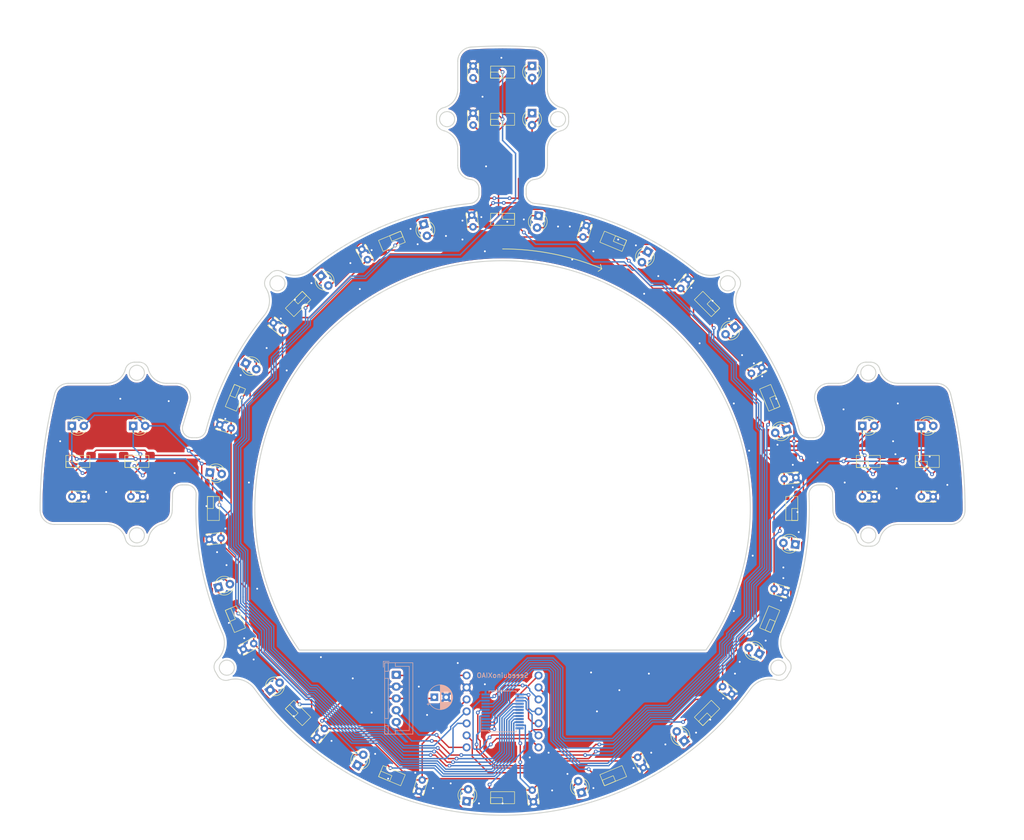
<source format=kicad_pcb>
(kicad_pcb (version 20211014) (generator pcbnew)
  (layers (0 "F.Cu" signal) (31 "B.Cu" signal) (34 "B.Paste" user) (35 "F.Paste" user) (36 "B.SilkS" user "B.Silkscreen") (37 "F.SilkS" user "F.Silkscreen") (38 "B.Mask" user) (39 "F.Mask" user) (44 "Edge.Cuts" user))
  (net 0 "")
  (net 1 "+3V3")
  (net 2 "GND")
  (net 3 "RTrim")
  (net 4 "Net-(D1-Pad1)")
  (net 5 "Net-(D2-Pad1)")
  (net 6 "Net-(D3-Pad1)")
  (net 7 "Net-(D4-Pad1)")
  (net 8 "Net-(D5-Pad1)")
  (net 9 "Net-(D6-Pad1)")
  (net 10 "Net-(D7-Pad1)")
  (net 11 "Net-(D8-Pad1)")
  (net 12 "Net-(D9-Pad1)")
  (net 13 "Net-(D10-Pad1)")
  (net 14 "Net-(D11-Pad1)")
  (net 15 "Net-(D12-Pad1)")
  (net 16 "Net-(D13-Pad1)")
  (net 17 "Net-(D14-Pad1)")
  (net 18 "Net-(D15-Pad1)")
  (net 19 "Net-(D16-Pad1)")
  (net 20 "Net-(D17-Pad1)")
  (net 21 "Net-(D18-Pad1)")
  (net 22 "Net-(D19-Pad1)")
  (net 23 "Net-(D20-Pad1)")
  (net 24 "Net-(D21-Pad1)")
  (net 25 "Net-(D22-Pad1)")
  (net 26 "+5V")
  (net 27 "line_RX")
  (net 28 "line_TX")
  (net 29 "D0")
  (net 30 "D1")
  (net 31 "D2")
  (net 32 "D3")
  (net 33 "Sensor_Left")
  (net 34 "D4")
  (net 35 "D5")
  (net 36 "D6")
  (net 37 "D7")
  (net 38 "Sensor_Back")
  (net 39 "D8")
  (net 40 "D9")
  (net 41 "D10")
  (net 42 "D11")
  (net 43 "Sensor_Right")
  (net 44 "D12")
  (net 45 "D13")
  (net 46 "D14")
  (net 47 "D15")
  (net 48 "Data")
  (net 49 "S0")
  (net 50 "S1")
  (net 51 "S2")
  (net 52 "S3")
  (net 53 "E")
  (footprint "Line_Sensor:Line_Sensor_SMD" (layer "F.Cu") (at 146.022332 175.752398 22.5)
    (fp_text reference "U10" hide)
    (fp_text value "Line_sennsor")
  )
  (footprint "Capacitor_THT:C_Disc_D3.4mm_W2.1mm_P2.50mm" (layer "F.Cu") (at 162.759223 78.371242 51)
    (fp_text reference "C3" hide)
    (fp_text value "C_Small")
  )
  (footprint "Capacitor_THT:C_Disc_D3.4mm_W2.1mm_P2.50mm" (layer "F.Cu") (at 177.729027 96.370474 28.5)
    (fp_text reference "C4" hide)
    (fp_text value "C_Small")
  )
  (footprint "Capacitor_THT:C_Disc_D3.4mm_W2.1mm_P2.50mm" (layer "F.Cu") (at 46.25 122.5)
    (fp_text reference "C17" hide)
    (fp_text value "C_Small")
  )
  (footprint "Capacitor_THT:C_Disc_D3.4mm_W2.1mm_P2.50mm" (layer "F.Cu") (at 78.371242 87.240777 141)
    (fp_text reference "C21" hide)
    (fp_text value "C_Small")
  )
  (footprint "Capacitor_THT:C_Disc_D3.4mm_W2.1mm_P2.50mm" (layer "F.Cu") (at 33.75 122.5)
    (fp_text reference "C18" hide)
    (fp_text value "C_Small")
  )
  (footprint "Capacitor_THT:C_Disc_D3.4mm_W2.1mm_P2.50mm" (layer "F.Cu") (at 153.629526 177.729026 -61.5)
    (fp_text reference "C10" hide)
    (fp_text value "C_Small")
  )
  (footprint "Capacitor_THT:C_Disc_D3.4mm_W2.1mm_P2.50mm" (layer "F.Cu") (at 182.529184 142.040921 -16.5)
    (fp_text reference "C8" hide)
    (fp_text value "C_Small")
  )
  (footprint "Capacitor_THT:C_Disc_D3.4mm_W2.1mm_P2.50mm" (layer "F.Cu") (at 96.370474 72.270973 118.5)
    (fp_text reference "C22" hide)
    (fp_text value "C_Small")
  )
  (footprint "Line_Sensor:Line_Sensor_SMD" (layer "F.Cu") (at 74.247602 103.977668 -112.5)
    (fp_text reference "U20" hide)
    (fp_text value "Line_sennsor")
  )
  (footprint "Capacitor_THT:C_Disc_D3.4mm_W2.1mm_P2.50mm" (layer "F.Cu") (at 184.671314 118.728292 6)
    (fp_text reference "C7" hide)
    (fp_text value "C_Small")
  )
  (footprint "Line_Sensor:Line_Sensor_SMD" (layer "F.Cu") (at 125 36.184)
    (fp_text reference "U11" hide)
    (fp_text value "Line_sennsor")
  )
  (footprint "Line_Sensor:Line_Sensor_SMD" (layer "F.Cu") (at 202.5 108.684)
    (fp_text reference "U6" hide)
    (fp_text value "Line_sennsor")
  )
  (footprint "Capacitor_THT:C_Disc_D3.4mm_W2.1mm_P2.50mm" (layer "F.Cu") (at 213.75 122.5)
    (fp_text reference "C5" hide)
    (fp_text value "C_Small")
  )
  (footprint "Line_Sensor:Line_Sensor_SMD" (layer "F.Cu") (at 103.977668 74.247602 -157.5)
    (fp_text reference "U22" hide)
    (fp_text value "Line_sennsor")
  )
  (footprint "LED_THT:LED_D3.0mm" (layer "F.Cu") (at 62.965866 117.383166 -7)
    (fp_text reference "D19" hide)
    (fp_text value "LED")
  )
  (footprint "LED_THT:LED_D3.0mm" (layer "F.Cu") (at 174.250672 86.521158 -142)
    (fp_text reference "D3" hide)
    (fp_text value "LED")
  )
  (footprint "Line_Sensor:Line_Sensor_SMD" (layer "F.Cu") (at 70.066 125 -90)
    (fp_text reference "U19" hide)
    (fp_text value "Line_sennsor")
  )
  (footprint "LED_THT:LED_D3.0mm" (layer "F.Cu") (at 33.725 107.5)
    (fp_text reference "D18" hide)
    (fp_text value "LED")
  )
  (footprint "Line_Sensor:Line_Sensor_SMD" (layer "F.Cu") (at 163.844204 86.155796 135)
    (fp_text reference "U3" hide)
    (fp_text value "Line_sennsor")
  )
  (footprint "LED_THT:LED_D3.0mm" (layer "F.Cu") (at 201.225 107.5)
    (fp_text reference "D6" hide)
    (fp_text value "LED")
  )
  (footprint "Line_Sensor:Line_Sensor_SMD" (layer "F.Cu") (at 125 26.184)
    (fp_text reference "U12" hide)
    (fp_text value "Line_sennsor")
  )
  (footprint "LED_THT:LED_D3.0mm" (layer "F.Cu") (at 86.521158 75.749328 -52)
    (fp_text reference "D21" hide)
    (fp_text value "LED")
  )
  (footprint "Capacitor_THT:C_Disc_D3.4mm_W2.1mm_P2.50mm" (layer "F.Cu") (at 171.628758 162.759223 -39)
    (fp_text reference "C9" hide)
    (fp_text value "C_Small")
  )
  (footprint "Capacitor_THT:C_Disc_D3.4mm_W2.1mm_P2.50mm" (layer "F.Cu") (at 118.728292 65.328686 96)
    (fp_text reference "C1" hide)
    (fp_text value "C_Small")
  )
  (footprint "LED_THT:LED_D3.0mm" (layer "F.Cu") (at 75.749328 163.478842 38)
    (fp_text reference "D15" hide)
    (fp_text value "LED" hide)
  )
  (footprint "Capacitor_THT:C_Disc_D3.4mm_W2.1mm_P2.50mm" (layer "F.Cu") (at 118.75 43.75 90)
    (fp_text reference "C11" hide)
    (fp_text value "C_Small")
  )
  (footprint "Capacitor_THT:C_Disc_D3.4mm_W2.1mm_P2.50mm" (layer "F.Cu") (at 72.270973 153.629526 -151.5)
    (fp_text reference "C16" hide)
    (fp_text value "C_Small")
  )
  (footprint "LED_THT:LED_D3.0mm" (layer "F.Cu") (at 163.478842 174.250672 128)
    (fp_text reference "D9" hide)
    (fp_text value "LED")
  )
  (footprint "Line_Sensor:Line_Sensor_SMD" (layer "F.Cu") (at 163.844204 163.844204 45)
    (fp_text reference "U9" hide)
    (fp_text value "Line_sennsor")
  )
  (footprint "LED_THT:LED_D3.0mm" (layer "F.Cu") (at 94.223527 179.397231 60.5)
    (fp_text reference "D14" hide)
    (fp_text value "LED" hide)
  )
  (footprint "LED_THT:LED_D3.0mm" (layer "F.Cu") (at 108.297601 64.773097 -74.5)
    (fp_text reference "D22" hide)
    (fp_text value "LED")
  )
  (footprint "Line_Sensor:Line_Sensor_SMD" (layer "F.Cu") (at 86.155796 86.155796 -135)
    (fp_text reference "U21" hide)
    (fp_text value "Line_sennsor")
  )
  (footprint "Line_Sensor:Line_Sensor_SMD" (layer "F.Cu") (at 47.5 108.684)
    (fp_text reference "U17" hide)
    (fp_text value "Line_sennsor")
  )
  (footprint "Line_Sensor:Line_Sensor_SMD" (layer "F.Cu") (at 125 179.934)
    (fp_text reference "U13" hide)
    (fp_text value "Line_sennsor" hide)
  )
  (footprint "Capacitor_THT:C_Disc_D3.4mm_W2.1mm_P2.50mm" (layer "F.Cu") (at 107.959079 182.529184 -106.5)
    (fp_text reference "C14" hide)
    (fp_text value "C_Small" hide)
  )
  (footprint "Line_Sensor:Line_Sensor_SMD" (layer "F.Cu") (at 215 108.684)
    (fp_text reference "U5" hide)
    (fp_text value "Line_sennsor")
  )
  (footprint "LED_THT:LED_D3.0mm" (layer "F.Cu") (at 64.773097 141.702399 15.5)
    (fp_text reference "D16" hide)
    (fp_text value "LED")
  )
  (footprint "LED_THT:LED_D3.0mm" (layer "F.Cu") (at 132.616834 62.965866 -97)
    (fp_text reference "D1" hide)
    (fp_text value "LED")
  )
  (footprint "LED_THT:LED_D3.0mm" (layer "F.Cu") (at 155.776473 70.602769 -119.5)
    (fp_text reference "D2" hide)
    (fp_text value "LED")
  )
  (footprint "Line_Sensor:Line_Sensor_SMD" (layer "F.Cu") (at 35 108.684)
    (fp_text reference "U18" hide)
    (fp_text value "Line_sennsor")
  )
  (footprint "LED_THT:LED_D3.0mm" (layer "F.Cu") (at 141.702399 185.226903 105.5)
    (fp_text reference "D10" hide)
    (fp_text value "LED")
  )
  (footprint "Line_Sensor:Line_Sensor_SMD" (layer "F.Cu") (at 179.934 125 90)
    (fp_text reference "U7" hide)
    (fp_text value "Line_sennsor")
  )
  (footprint "Line_Sensor:Line_Sensor_SMD" (layer "F.Cu") (at 86.155796 163.844204 -45)
    (fp_text reference "U15" hide)
    (fp_text value "Line_sennsor" hide)
  )
  (footprint "LED_THT:LED_D3.0mm" (layer "F.Cu") (at 70.602769 94.223527 -29.5)
    (fp_text reference "D20" hide)
    (fp_text value "LED")
  )
  (footprint "Capacitor_THT:C_Disc_D3.4mm_W2.1mm_P2.50mm" (layer "F.Cu") (at 67.470816 107.959079 163.5)
    (fp_text reference "C20" hide)
    (fp_text value "C_Small")
  )
  (footprint "Capacitor_THT:C_Disc_D3.4mm_W2.1mm_P2.50mm" (layer "F.Cu") (at 142.040921 67.470816 73.5)
    (fp_text reference "C2" hide)
    (fp_text value "C_Small")
  )
  (footprint "LED_THT:LED_D3.0mm" (layer "F.Cu") (at 187.034134 132.616834 173)
    (fp_text reference "D7" hide)
    (fp_text value "LED")
  )
  (footprint "Capacitor_THT:C_Disc_D3.4mm_W2.1mm_P2.50mm" (layer "F.Cu") (at 118.75 33.75 90)
    (fp_text reference "C12" hide)
    (fp_text value "C_Small")
  )
  (footprint "Capacitor_THT:C_Disc_D3.4mm_W2.1mm_P2.50mm" (layer "F.Cu") (at 131.271708 184.671314 -84)
    (fp_text reference "C13" hide)
    (fp_text value "C_Small" hide)
  )
  (footprint "Line_Sensor:Line_Sensor_SMD" (layer "F.Cu") (at 175.752398 146.022332 67.5)
    (fp_text reference "U8" hide)
    (fp_text value "Line_sennsor")
  )
  (footprint "LED_THT:LED_D3.0mm" (layer "F.Cu") (at 46.725 107.5)
    (fp_text reference "D17" hide)
    (fp_text value "LED")
  )
  (footprint "Line_Sensor:Line_Sensor_SMD" (layer "F.Cu") (at 103.977668 175.752398 -22.5)
    (fp_text reference "U14" hide)
    (fp_text value "Line_sennsor" hide)
  )
  (footprint "LED_THT:LED_D3.0mm" (layer "F.Cu") (at 179.397231 155.776473 150.5)
    (fp_text reference "D8" hide)
    (fp_text value "LED")
  )
  (footprint "LED_THT:LED_D3.0mm" (layer "F.Cu") (at 131.25 41.225 -90)
    (fp_text reference "D11" hide)
    (fp_text value "LED")
  )
  (footprint "LED_THT:LED_D3.0mm" (layer "F.Cu") (at 185.226903 108.297601 -164.5)
    (fp_text reference "D4" hide)
    (fp_text value "LED")
  )
  (footprint "Line_Sensor:Line_Sensor_SMD" (layer "F.Cu") (at 125 70.066 180)
    (fp_text reference "U1" hide)
    (fp_text value "Line_sennsor")
  )
  (footprint "Capacitor_THT:C_Disc_D3.4mm_W2.1mm_P2.50mm" (layer "F.Cu") (at 201.25 122.5)
    (fp_text reference "C6" hide)
    (fp_text value "C_Small")
  )
  (footprint "Capacitor_THT:C_Disc_D3.4mm_W2.1mm_P2.50mm" (layer "F.Cu") (at 65.328686 131.271708 -174)
    (fp_text reference "C19" hide)
    (fp_text value "C_Small")
  )
  (footprint "LED_THT:LED_D3.0mm" (layer "F.Cu") (at 117.383166 187.034134 83)
    (fp_text reference "D13" hide)
    (fp_text value "LED" hide)
  )
  (footprint "Capacitor_THT:C_Disc_D3.4mm_W2.1mm_P2.50mm" (layer "F.Cu") (at 87.240777 171.628758 -129)
    (fp_text reference "C15" hide)
    (fp_text value "C_Small" hide)
  )
  (footprint "Line_Sensor:Line_Sensor_SMD" (layer "F.Cu") (at 74.247602 146.022332 -67.5)
    (fp_text reference "U16" hide)
    (fp_text value "Line_sennsor" hide)
  )
  (footprint "Line_Sensor:Line_Sensor_SMD" (layer "F.Cu") (at 146.022332 74.247602 157.5)
    (fp_text reference "U2" hide)
    (fp_text value "Line_sennsor")
  )
  (footprint "Line_Sensor:Line_Sensor_SMD" (layer "F.Cu") (at 175.752398 103.977668 112.5)
    (fp_text reference "U4" hide)
    (fp_text value "Line_sennsor")
  )
  (footprint "LED_THT:LED_D3.0mm" (layer "F.Cu") (at 131.25 31.225 -90)
    (fp_text reference "D12" hide)
    (fp_text value "LED")
  )
  (footprint "LED_THT:LED_D3.0mm" (layer "F.Cu") (at 213.725 107.5)
    (fp_text reference "D5" hide)
    (fp_text value "LED")
  )
  (footprint "Package_SO:SSOP-24_5.3x8.2mm_P0.65mm" (layer "B.Cu") (at 125 168)
    (fp_text reference "U24" hide)
    (fp_text value "CD74HC4067SM")
  )
  (footprint "Seeeduino_Xiao:seeeduinoXIAO" (layer "B.Cu") (at 125 168)
    (fp_text reference "U23" hide)
    (fp_text value "SeeeduinoXIAO")
  )
  (footprint "Connector_JST:JST_XH_B5B-XH-A_1x05_P2.50mm_Vertical" (layer "B.Cu") (at 102.475 160.25 -90)
    (fp_text reference "J1" hide)
    (fp_text value "Conn_01x05_Female" hide)
  )
  (footprint "Capacitor_THT:CP_Radial_D5.0mm_P2.50mm" (layer "B.Cu") (at 110.544888 165)
    (fp_text reference "C23" hide)
    (fp_text value "C_Small" hide)
  )
  (gr_line (start 146 74.25) (end 145.75 73.25) (layer "F.SilkS") (width 0.15))
  (gr_line (start 146 74.25) (end 145.25 74.75) (layer "F.SilkS") (width 0.15))
  (gr_arc (start 125 70) (mid 135.720287 71.054885) (end 146.029349 74.179074) (layer "F.SilkS") (width 0.15))
  (gr_circle (center 183.435889 158.737976) (end 185.035889 158.737976) (layer "Edge.Cuts") (width 0.2) (fill none))
  (gr_circle (center 172.712704 77.287296) (end 174.312704 77.287296) (layer "Edge.Cuts") (width 0.2) (fill none))
  (gr_circle (center 202.500001 130.688467) (end 204.100001 130.688467) (layer "Edge.Cuts") (width 0.2) (fill none))
  (gr_arc (start 203.000001 94) (mid 204.222497 94.417123) (end 204.935064 95.494498) (layer "Edge.Cuts") (width 0.2))
  (gr_line (start 59.159283 110) (end 60.192593 110) (layer "Edge.Cuts") (width 0.2))
  (gr_line (start 120 58.366675) (end 120 57.264897) (layer "Edge.Cuts") (width 0.2))
  (gr_arc (start 84.089557 74.489252) (mid 100.124367 64.948331) (end 118.208955 60.355729) (layer "Edge.Cuts") (width 0.2))
  (gr_arc (start 118.294737 27.22966) (mid 125 27) (end 131.705263 27.22966) (layer "Edge.Cuts") (width 0.2))
  (gr_arc (start 49.965116 131.371909) (mid 50.946601 129.412972) (end 52.812849 128.264987) (layer "Edge.Cuts") (width 0.2))
  (gr_arc (start 84.089557 74.489252) (mid 81.263645 75.593492) (end 78.319523 74.860507) (layer "Edge.Cuts") (width 0.2))
  (gr_arc (start 139 42.999999) (mid 138.581139 44.224744) (end 137.5 44.93649) (layer "Edge.Cuts") (width 0.2))
  (gr_line (start 58.73165 102.449927) (end 57.222791 107.5) (layer "Edge.Cuts") (width 0.2))
  (gr_arc (start 131.791045 60.355729) (mid 130.513743 59.704974) (end 130 58.366675) (layer "Edge.Cuts") (width 0.2))
  (gr_arc (start 197.187151 128.264987) (mid 195.603137 127.182443) (end 194.999067 125.361443) (layer "Edge.Cuts") (width 0.2))
  (gr_line (start 194.999067 125.361443) (end 194.931844 121.911765) (layer "Edge.Cuts") (width 0.2))
  (gr_arc (start 204.946624 131.458978) (mid 204.24138 132.568114) (end 203.000001 133) (layer "Edge.Cuts") (width 0.2))
  (gr_arc (start 208.80519 98.483496) (mid 206.360202 97.649247) (end 204.935064 95.494498) (layer "Edge.Cuts") (width 0.2))
  (gr_line (start 75.148972 75.856079) (end 75.856079 75.148972) (layer "Edge.Cuts") (width 0.2))
  (gr_arc (start 65.621962 151.44331) (mid 61.134268 137.090009) (end 60.065192 122.089552) (layer "Edge.Cuts") (width 0.2))
  (gr_arc (start 55.000933 125.361443) (mid 54.396837 127.182434) (end 52.812849 128.264987) (layer "Edge.Cuts") (width 0.2))
  (gr_line (start 202.000001 94) (end 203.000001 94) (layer "Edge.Cuts") (width 0.2))
  (gr_arc (start 74.860507 78.319523) (mid 74.576758 77.037685) (end 75.148972 75.856079) (layer "Edge.Cuts") (width 0.2))
  (gr_arc (start 171.680477 74.860507) (mid 172.962313 74.576765) (end 174.143921 75.148972) (layer "Edge.Cuts") (width 0.2))
  (gr_line (start 115.5 36.190524) (end 115.5 30.222629) (layer "Edge.Cuts") (width 0.2))
  (gr_arc (start 66.933066 161.349235) (mid 69.96658 161.40322) (end 72.410403 163.201234) (layer "Edge.Cuts") (width 0.2))
  (gr_line (start 192.933791 120) (end 191.932802 120) (layer "Edge.Cuts") (width 0.2))
  (gr_arc (start 185.512828 157.112823) (mid 186.118671 158.277546) (end 185.871778 159.566987) (layer "Edge.Cuts") (width 0.2))
  (gr_arc (start 65.621962 151.44331) (mid 65.957177 154.45873) (end 64.487172 157.112823) (layer "Edge.Cuts") (width 0.2))
  (gr_line (start 174.143921 75.148972) (end 174.851028 75.856079) (layer "Edge.Cuts") (width 0.2))
  (gr_line (start 139 41.999999) (end 139 42.999999) (layer "Edge.Cuts") (width 0.2))
  (gr_arc (start 75.856079 75.148972) (mid 77.037685 74.576758) (end 78.319523 74.860507) (layer "Edge.Cuts") (width 0.2))
  (gr_line (start 134.5 48.809474) (end 134.5 52.289959) (layer "Edge.Cuts") (width 0.2))
  (gr_arc (start 177.589597 163.201234) (mid 125 190) (end 72.410403 163.201234) (layer "Edge.Cuts") (width 0.2))
  (gr_arc (start 55.891578 98.483496) (mid 58.330768 99.73697) (end 58.73165 102.449927) (layer "Edge.Cuts") (width 0.2))
  (gr_line (start 58.067198 120) (end 57.066209 120) (layer "Edge.Cuts") (width 0.2))
  (gr_arc (start 27.000771 125.388836) (mid 27.741438 112.967865) (end 30.050042 100.740869) (layer "Edge.Cuts") (width 0.2))
  (gr_arc (start 45.064936 95.494498) (mid 45.777502 94.417122) (end 46.999999 94) (layer "Edge.Cuts") (width 0.2))
  (gr_arc (start 30.050042 100.740869) (mid 31.116548 99.11412) (end 32.956673 98.483496) (layer "Edge.Cuts") (width 0.2))
  (gr_line (start 134.5 30.222629) (end 134.5 36.190524) (layer "Edge.Cuts") (width 0.2))
  (gr_arc (start 47.999999 94) (mid 49.222496 94.417122) (end 49.935062 95.494498) (layer "Edge.Cuts") (width 0.2))
  (gr_arc (start 41.160131 128.376933) (mid 43.642889 129.240708) (end 45.053376 131.458978) (layer "Edge.Cuts") (width 0.2))
  (gr_arc (start 131.791045 60.355729) (mid 149.875633 64.948331) (end 165.910443 74.489252) (layer "Edge.Cuts") (width 0.2))
  (gr_arc (start 189.807407 110) (mid 188.585709 109.5835) (end 187.872858 108.507463) (layer "Edge.Cuts") (width 0.2))
  (gr_arc (start 118.2 55.274922) (mid 119.48324 55.923256) (end 120 57.264897) (layer "Edge.Cuts") (width 0.2))
  (gr_arc (start 200.064938 95.494498) (mid 200.777504 94.417122) (end 202.000001 94) (layer "Edge.Cuts") (width 0.2))
  (gr_arc (start 53.805188 98.483496) (mid 51.360194 97.649251) (end 49.935062 95.494498) (layer "Edge.Cuts") (width 0.2))
  (gr_arc (start 118.2 55.274922) (mid 116.27514 54.302421) (end 115.5 52.289959) (layer "Edge.Cuts") (width 0.2))
  (gr_arc (start 30.000748 128.376933) (mid 27.88364 127.502458) (end 27.000771 125.388836) (layer "Edge.Cuts") (width 0.2))
  (gr_line (start 111 42.999999) (end 111 41.999999) (layer "Edge.Cuts") (width 0.2))
  (gr_arc (start 45.064936 95.494498) (mid 43.639804 97.649251) (end 41.19481 98.483496) (layer "Edge.Cuts") (width 0.2))
  (gr_arc (start 137.5 40.063507) (mid 138.581139 40.775254) (end 139 41.999999) (layer "Edge.Cuts") (width 0.2))
  (gr_line (start 192.777209 107.5) (end 191.26835 102.449927) (layer "Edge.Cuts") (width 0.2))
  (gr_arc (start 189.934808 122.089552) (mid 188.865732 137.090009) (end 184.378038 151.44331) (layer "Edge.Cuts") (width 0.2))
  (gr_arc (start 171.680477 74.860507) (mid 168.736355 75.593491) (end 165.910443 74.489252) (layer "Edge.Cuts") (width 0.2))
  (gr_line (start 168.08422 155) (end 81.91578 155) (layer "Edge.Cuts") (width 0.2))
  (gr_arc (start 74.860507 78.319523) (mid 75.593492 81.263645) (end 74.489252 84.089557) (layer "Edge.Cuts") (width 0.2))
  (gr_line (start 189.807407 110) (end 190.840717 110) (layer "Edge.Cuts") (width 0.2))
  (gr_line (start 203.000001 133) (end 202.000001 133) (layer "Edge.Cuts") (width 0.2))
  (gr_line (start 32.956673 98.483496) (end 41.19481 98.483496) (layer "Edge.Cuts") (width 0.2))
  (gr_line (start 130 57.264897) (end 130 58.366675) (layer "Edge.Cuts") (width 0.2))
  (gr_circle (center 77.287296 77.287296) (end 78.887296 77.287296) (layer "Edge.Cuts") (width 0.2) (fill none))
  (gr_arc (start 185.512828 157.112823) (mid 184.042823 154.458728) (end 184.378038 151.44331) (layer "Edge.Cuts") (width 0.2))
  (gr_arc (start 66.933066 161.349235) (mid 65.621466 161.291551) (end 64.628222 160.433013) (layer "Edge.Cuts") (width 0.2))
  (gr_line (start 41.160131 128.376933) (end 30.000748 128.376933) (layer "Edge.Cuts") (width 0.2))
  (gr_circle (center 136.75 42.499999) (end 138.35 42.499999) (layer "Edge.Cuts") (width 0.2) (fill none))
  (gr_arc (start 177.589597 163.201234) (mid 180.03342 161.40322) (end 183.066934 161.349235) (layer "Edge.Cuts") (width 0.2))
  (gr_line (start 194.108422 98.483496) (end 196.194812 98.483496) (layer "Edge.Cuts") (width 0.2))
  (gr_line (start 53.805188 98.483496) (end 55.891578 98.483496) (layer "Edge.Cuts") (width 0.2))
  (gr_arc (start 115.5 36.190524) (mid 114.662278 38.640014) (end 112.5 40.063507) (layer "Edge.Cuts") (width 0.2))
  (gr_arc (start 46.999999 133) (mid 45.75862 132.568113) (end 45.053376 131.458978) (layer "Edge.Cuts") (width 0.2))
  (gr_arc (start 62.127142 108.507463) (mid 61.414287 109.583497) (end 60.192593 110) (layer "Edge.Cuts") (width 0.2))
  (gr_arc (start 64.128222 159.566987) (mid 63.881328 158.277544) (end 64.487172 157.112823) (layer "Edge.Cuts") (width 0.2))
  (gr_circle (center 66.564111 158.737976) (end 68.164111 158.737976) (layer "Edge.Cuts") (width 0.2) (fill none))
  (gr_line (start 46.999999 94) (end 47.999999 94) (layer "Edge.Cuts") (width 0.2))
  (gr_arc (start 115.5 30.222629) (mid 116.307309 28.175166) (end 118.294737 27.22966) (layer "Edge.Cuts") (width 0.2))
  (gr_circle (center 202.500001 96.241748) (end 204.100001 96.241748) (layer "Edge.Cuts") (width 0.2) (fill none))
  (gr_arc (start 192.777209 107.5) (mid 192.421856 109.22475) (end 190.840717 110) (layer "Edge.Cuts") (width 0.2))
  (gr_arc (start 49.965116 131.371909) (mid 49.275966 132.5401) (end 47.999999 133) (layer "Edge.Cuts") (width 0.2))
  (gr_arc (start 175.510748 84.089557) (mid 182.991543 95.640488) (end 187.872858 108.507463) (layer "Edge.Cuts") (width 0.2))
  (gr_line (start 55.068156 121.911765) (end 55.000933 125.361443) (layer "Edge.Cuts") (width 0.2))
  (gr_circle (center 47.499999 130.688467) (end 49.099999 130.688467) (layer "Edge.Cuts") (width 0.2) (fill none))
  (gr_line (start 64.628222 160.433013) (end 64.128222 159.566987) (layer "Edge.Cuts") (width 0.2))
  (gr_arc (start 130 57.264897) (mid 130.516761 55.923258) (end 131.8 55.274922) (layer "Edge.Cuts") (width 0.2))
  (gr_arc (start 202.000001 133) (mid 200.724034 132.540101) (end 200.034884 131.371909) (layer "Edge.Cuts") (width 0.2))
  (gr_line (start 208.80519 98.483496) (end 217.043327 98.483496) (layer "Edge.Cuts") (width 0.2))
  (gr_arc (start 112.5 44.93649) (mid 111.418861 44.224744) (end 111 42.999999) (layer "Edge.Cuts") (width 0.2))
  (gr_arc (start 191.26835 102.449927) (mid 191.669234 99.736979) (end 194.108422 98.483496) (layer "Edge.Cuts") (width 0.2))
  (gr_circle (center 47.499999 96.241748) (end 49.099999 96.241748) (layer "Edge.Cuts") (width 0.2) (fill none))
  (gr_arc (start 111 41.999999) (mid 111.418861 40.775254) (end 112.5 40.063507) (layer "Edge.Cuts") (width 0.2))
  (gr_arc (start 204.946624 131.458978) (mid 206.3571 129.240679) (end 208.839869 128.376933) (layer "Edge.Cuts") (width 0.2))
  (gr_arc (start 200.064938 95.494498) (mid 198.639808 97.649258) (end 196.194812 98.483496) (layer "Edge.Cuts") (width 0.2))
  (gr_arc (start 131.705263 27.22966) (mid 133.692691 28.175166) (end 134.5 30.222629) (layer "Edge.Cuts") (width 0.2))
  (gr_arc (start 120 58.366675) (mid 119.486255 59.704974) (end 118.208955 60.355729) (layer "Edge.Cuts") (width 0.2))
  (gr_arc (start 219.949958 100.740869) (mid 222.258561 112.967866) (end 222.999229 125.388836) (layer "Edge.Cuts") (width 0.2))
  (gr_circle (center 113.25 42.499999) (end 114.85 42.499999) (layer "Edge.Cuts") (width 0.2) (fill none))
  (gr_arc (start 62.127142 108.507463) (mid 67.008457 95.640487) (end 74.489252 84.089557) (layer "Edge.Cuts") (width 0.2))
  (gr_line (start 115.5 52.289959) (end 115.5 48.809474) (layer "Edge.Cuts") (width 0.2))
  (gr_arc (start 58.067198 120) (mid 59.512726 120.617811) (end 60.065192 122.089552) (layer "Edge.Cuts") (width 0.2))
  (gr_arc (start 175.510748 84.089557) (mid 174.40651 81.263645) (end 175.139493 78.319523) (layer "Edge.Cuts") (width 0.2))
  (gr_arc (start 192.933791 120) (mid 194.316463 120.554924) (end 194.931844 121.911765) (layer "Edge.Cuts") (width 0.2))
  (gr_arc (start 137.5 40.063507) (mid 135.337721 38.640014) (end 134.5 36.190524) (layer "Edge.Cuts") (width 0.2))
  (gr_line (start 47.999999 133) (end 46.999999 133) (layer "Edge.Cuts") (width 0.2))
  (gr_arc (start 185.371778 160.433013) (mid 184.378533 161.29156) (end 183.066934 161.349235) (layer "Edge.Cuts") (width 0.2))
  (gr_arc (start 55.068156 121.911765) (mid 55.683543 120.554927) (end 57.066209 120) (layer "Edge.Cuts") (width 0.2))
  (gr_arc (start 197.187151 128.264987) (mid 199.05337 129.412987) (end 200.034884 131.371909) (layer "Edge.Cuts") (width 0.2))
  (gr_arc (start 134.5 52.289959) (mid 133.72486 54.302421) (end 131.8 55.274922) (layer "Edge.Cuts") (width 0.2))
  (gr_arc (start 189.934808 122.089552) (mid 190.487274 120.617811) (end 191.932802 120) (layer "Edge.Cuts") (width 0.2))
  (gr_arc (start 222.999229 125.388836) (mid 222.116346 127.50242) (end 219.999252 128.376933) (layer "Edge.Cuts") (width 0.2))
  (gr_arc (start 59.159283 110) (mid 57.578144 109.224745) (end 57.222791 107.5) (layer "Edge.Cuts") (width 0.2))
  (gr_arc (start 134.5 48.809474) (mid 135.337721 46.359982) (end 137.5 44.93649) (layer "Edge.Cuts") (width 0.2))
  (gr_arc (start 174.851028 75.856079) (mid 175.423242 77.037686) (end 175.139493 78.319523) (layer "Edge.Cuts") (width 0.2))
  (gr_line (start 219.999252 128.376933) (end 208.839869 128.376933) (layer "Edge.Cuts") (width 0.2))
  (gr_arc (start 217.043327 98.483496) (mid 218.883439 99.11413) (end 219.949958 100.740869) (layer "Edge.Cuts") (width 0.2))
  (gr_line (start 185.871778 159.566987) (end 185.371778 160.433013) (layer "Edge.Cuts") (width 0.2))
  (gr_arc (start 81.91578 155) (mid 125 72.5) (end 168.08422 155) (layer "Edge.Cuts") (width 0.2))
  (gr_arc (start 112.5 44.93649) (mid 114.662278 46.359984) (end 115.5 48.809474) (layer "Edge.Cuts") (width 0.2))
  (segment (start 119.916 34.916) (end 124.142 34.916) (width 0.3) (layer "F.Cu") (net 1))
  (segment (start 70.623511 150.547683) (end 72.270973 152.195145) (width 0.3) (layer "F.Cu") (net 1))
  (segment (start 171.628758 157.871242) (end 174.5 155) (width 0.3) (layer "F.Cu") (net 1))
  (segment (start 37.794 113.764) (end 33.75 117.808) (width 0.3) (layer "F.Cu") (net 1))
  (segment (start 149.671194 178.5) (end 150.547683 179.376489) (width 0.3) (layer "F.Cu") (net 1))
  (segment (start 108.238263 182.25) (end 107.959079 182.529184) (width 0.3) (layer "F.Cu") (net 1))
  (segment (start 144.370784 67.470816) (end 142.040921 67.470816) (width 0.3) (layer "F.Cu") (net 1))
  (segment (start 213.75 117.808) (end 213.75 122.5) (width 0.3) (layer "F.Cu") (net 1))
  (segment (start 67.470816 105.629216) (end 67.470816 107.959079) (width 0.3) (layer "F.Cu") (net 1))
  (segment (start 107.959079 182.529184) (end 107.959079 174.880921) (width 0.3) (layer "F.Cu") (net 1))
  (segment (start 152.195146 177.729026) (end 153.629526 177.729026) (width 0.3) (layer "F.Cu") (net 1))
  (segment (start 69.5 136.574392) (end 69.5 140.75) (width 0.3) (layer "F.Cu") (net 1))
  (segment (start 119.916 44.916) (end 124.142 44.916) (width 0.3) (layer "F.Cu") (net 1))
  (segment (start 177.729027 96.370474) (end 165.46065 84.102097) (width 0.3) (layer "F.Cu") (net 1))
  (segment (start 174.5 155) (end 174.5 152.399968) (width 0.3) (layer "F.Cu") (net 1))
  (segment (start 46.25 118.31421) (end 46.25 122.5) (width 0.3) (layer "F.Cu") (net 1))
  (segment (start 180.25 113.175608) (end 180.25 107) (width 0.3) (layer "F.Cu") (net 1))
  (segment (start 111.75 70.25) (end 99.825828 70.25) (width 0.3) (layer "F.Cu") (net 1))
  (segment (start 169.411963 164.976018) (end 171.628758 162.759223) (width 0.3) (layer "F.Cu") (net 1))
  (segment (start 145.385044 69.135044) (end 145.385044 68.485076) (width 0.3) (layer "F.Cu") (net 1))
  (segment (start 96.370474 72.270973) (end 84.102097 84.53935) (width 0.3) (layer "F.Cu") (net 1))
  (segment (start 178.75 105.5) (end 178.75 100.078806) (width 0.3) (layer "F.Cu") (net 1))
  (segment (start 156.871242 78.371242) (end 152 73.5) (width 0.3) (layer "F.Cu") (net 1))
  (segment (start 182.529184 124.690816) (end 185.014 122.206) (width 0.3) (layer "F.Cu") (net 1))
  (segment (start 177.729027 97.804855) (end 177.729027 96.370474) (width 0.3) (layer "F.Cu") (net 1))
  (segment (start 50.294 113.764) (end 61.665895 113.764) (width 0.3) (layer "F.Cu") (net 1))
  (segment (start 65.328686 132.403078) (end 69.5 136.574392) (width 0.3) (layer "F.Cu") (net 1))
  (segment (start 181.514924 145.385044) (end 182.529184 144.370784) (width 0.3) (layer "F.Cu") (net 1))
  (segment (start 201.25 118.31421) (end 201.25 122.5) (width 0.3) (layer "F.Cu") (net 1))
  (segment (start 180.25 107) (end 178.75 105.5) (width 0.3) (layer "F.Cu") (net 1))
  (segment (start 127.794 185.014) (end 125.03 182.25) (width 0.3) (layer "F.Cu") (net 1))
  (segment (start 97.804855 72.270973) (end 96.370474 72.270973) (width 0.3) (layer "F.Cu") (net 1))
  (segment (start 72.270973 152.195145) (end 72.270973 153.629526) (width 0.3) (layer "F.Cu") (net 1))
  (segment (start 125.03 182.25) (end 108.238263 182.25) (width 0.3) (layer "F.Cu") (net 1))
  (segment (start 216.682 112.652) (end 206.406 112.652) (width 0.3) (layer "F.Cu") (net 1))
  (segment (start 126.444 32.614) (end 126.444 39.914) (width 0.3) (layer "F.Cu") (net 1))
  (segment (start 71.5 101.600032) (end 68.485076 104.614956) (width 0.3) (layer "F.Cu") (net 1))
  (segment (start 137.443022 178.5) (end 149.671194 178.5) (width 0.3) (layer "F.Cu") (net 1))
  (segment (start 124.142 44.916) (end 124.142 63.05) (width 0.3) (layer "F.Cu") (net 1))
  (segment (start 131.271708 184.671314) (end 137.443022 178.5) (width 0.3) (layer "F.Cu") (net 1))
  (segment (start 65.328686 131.271708) (end 65.328686 132.403078) (width 0.3) (layer "F.Cu") (net 1))
  (segment (start 128.136686 184.671314) (end 131.271708 184.671314) (width 0.3) (layer "F.Cu") (net 1))
  (segment (start 180.773608 112.652) (end 180.25 113.175608) (width 0.3) (layer "F.Cu") (net 1))
  (segment (start 178.75 100.078806) (end 179.376489 99.452317) (width 0.3) (layer "F.Cu") (net 1))
  (segment (start 153.629526 177.729026) (end 165.897902 165.46065) (width 0.3) (layer "F.Cu") (net 1))
  (segment (start 84.53935 165.897903) (end 84.53935 169.411963) (width 0.3) (layer "F.Cu") (net 1))
  (segment (start 165.46065 80.588037) (end 164.976018 80.588037) (width 0.3) (layer "F.Cu") (net 1))
  (segment (start 99.825828 70.25) (end 99.452317 70.623511) (width 0.3) (layer "F.Cu") (net 1))
  (segment (start 72.270973 153.629526) (end 84.53935 165.897903) (width 0.3) (layer "F.Cu") (net 1))
  (segment (start 80.588037 84.53935) (end 80.588037 85.023982) (width 0.3) (layer "F.Cu") (net 1))
  (segment (start 152 73.5) (end 149.75 73.5) (width 0.3) (layer "F.Cu") (net 1))
  (segment (start 174.5 152.399968) (end 181.514924 145.385044) (width 0.3) (layer "F.Cu") (net 1))
  (segment (start 124.142 44.916) (end 127.794 41.264) (width 0.3) (layer "F.Cu") (net 1))
  (segment (start 78.371242 93.370841) (end 71.5 100.242083) (width 0.3) (layer "F.Cu") (net 1))
  (segment (start 37.794 113.764) (end 38.906 112.652) (width 0.3) (layer "F.Cu") (net 1))
  (segment (start 38.906 112.652) (end 49.182 112.652) (width 0.3) (layer "F.Cu") (net 1))
  (segment (start 164.976018 80.588037) (end 162.759223 78.371242) (width 0.3) (layer "F.Cu") (net 1))
  (segment (start 122.206 64.986) (end 121.863314 65.328686) (width 0.3) (layer "F.Cu") (net 1))
  (segment (start 185.014 122.206) (end 184.671314 121.863314) (width 0.3) (layer "F.Cu") (net 1))
  (segment (start 107.959079 174.880921) (end 117.38 165.46) (width 0.3) (layer "F.Cu") (net 1))
  (segment (start 127.794 31.264) (end 126.444 32.614) (width 0.3) (layer "F.Cu") (net 1))
  (segment (start 204.182 112.652) (end 180.773608 112.652) (width 0.3) (layer "F.Cu") (net 1))
  (segment (start 99.452317 70.623511) (end 97.804855 72.270973) (width 0.3) (layer "F.Cu") (net 1))
  (segment (start 124.142 63.05) (end 122.206 64.986) (width 0.3) (layer "F.Cu") (net 1))
  (segment (start 184.671314 118.728292) (end 184.671314 117.596922) (width 0.3) (layer "F.Cu") (net 1))
  (segment (start 145.385044 68.485076) (end 144.370784 67.470816) (width 0.3) (layer "F.Cu") (net 1))
  (segment (start 71.5 100.242083) (end 71.5 101.600032) (width 0.3) (layer "F.Cu") (net 1))
  (segment (start 142.040921 67.470816) (end 124.690816 67.470816) (width 0.3) (layer "F.Cu") (net 1))
  (segment (start 217.794 113.764) (end 213.75 117.808) (width 0.3) (layer "F.Cu") (net 1))
  (segment (start 169.411963 165.46065) (end 169.411963 164.976018) (width 0.3) (layer "F.Cu") (net 1))
  (segment (start 118.728292 65.328686) (end 116.671314 65.328686) (width 0.3) (layer "F.Cu") (net 1))
  (segment (start 126.444 39.914) (end 127.794 41.264) (width 0.3) (layer "F.Cu") (net 1))
  (segment (start 49.182 112.652) (end 50.294 113.764) (width 0.3) (layer "F.Cu") (net 1))
  (segment (start 171.628758 162.759223) (end 171.628758 157.871242) (width 0.3) (layer "F.Cu") (net 1))
  (segment (start 116.671314 65.328686) (end 111.75 70.25) (width 0.3) (layer "F.Cu") (net 1))
  (segment (start 50.294 113.764) (end 50.294 114.27021) (width 0.3) (layer "F.Cu") (net 1))
  (segment (start 217.794 113.764) (end 216.682 112.652) (width 0.3) (layer "F.Cu") (net 1))
  (segment (start 205.294 114.27021) (end 201.25 118.31421) (width 0.3) (layer "F.Cu") (net 1))
  (segment (start 87.240777 171.628758) (end 94.72879 171.628758) (width 0.3) (layer "F.Cu") (net 1))
  (segment (start 165.897902 165.46065) (end 169.411963 165.46065) (width 0.3) (layer "F.Cu") (net 1))
  (segment (start 85.023982 169.411963) (end 87.240777 171.628758) (width 0.3) (layer "F.Cu") (net 1))
  (segment (start 33.75 117.808) (end 33.75 122.5) (width 0.3) (layer "F.Cu") (net 1))
  (segment (start 149.75 73.5) (end 145.385044 69.135044) (width 0.3) (layer "F.Cu") (net 1))
  (segment (start 128.75 178.75) (end 128.75 174.75) (width 0.3) (layer "F.Cu") (net 1))
  (segment (start 67.470816 107.959079) (end 67.470816 125.309184) (width 0.3) (layer "F.Cu") (net 1))
  (segment (start 84.53935 169.411963) (end 85.023982 169.411963) (width 0.3) (layer "F.Cu") (net 1))
  (segment (start 65.328686 128.136686) (end 65.328686 131.271708) (width 0.3) (layer "F.Cu") (net 1))
  (segment (start 50.294 114.27021) (end 46.25 118.31421) (width 0.3) (layer "F.Cu") (net 1))
  (segment (start 124.690816 67.470816) (end 122.206 64.986) (width 0.3) (layer "F.Cu") (net 1))
  (segment (start 182.529184 142.040921) (end 182.529184 124.690816) (width 0.3) (layer "F.Cu") (net 1))
  (segment (start 67.470816 125.309184) (end 64.986 127.794) (width 0.3) (layer "F.Cu") (net 1))
  (segment (start 84.102097 84.53935) (end 80.588037 84.53935) (width 0.3) (layer "F.Cu") (net 1))
  (segment (start 78.371242 87.240777) (end 78.371242 93.370841) (width 0.3) (layer "F.Cu") (net 1))
  (segment (start 182.529184 144.370784) (end 182.529184 142.040921) (width 0.3) (layer "F.Cu") (net 1))
  (segment (start 64.986 127.794) (end 65.328686 128.136686) (width 0.3) (layer "F.Cu") (net 1))
  (segment (start 124.142 34.916) (end 126.444 32.614) (width 0.3) (layer "F.Cu") (net 1))
  (segment (start 105.629216 182.529184) (end 107.959079 182.529184) (width 0.3) (layer "F.Cu") (net 1))
  (segment (start 205.294 113.764) (end 204.182 112.652) (width 0.3) (layer "F.Cu") (net 1))
  (segment (start 206.406 112.652) (end 205.294 113.764) (width 0.3) (layer "F.Cu") (net 1))
  (segment (start 184.671314 121.863314) (end 184.671314 118.728292) (width 0.3) (layer "F.Cu") (net 1))
  (segment (start 165.46065 84.102097) (end 165.46065 80.588037) (width 0.3) (layer "F.Cu") (net 1))
  (segment (start 104.614956 181.514924) (end 105.629216 182.529184) (width 0.3) (layer "F.Cu") (net 1))
  (segment (start 118.75 43.75) (end 119.916 44.916) (width 0.3) (layer "F.Cu") (net 1))
  (segment (start 70.623511 141.873511) (end 70.623511 150.547683) (width 0.3) (layer "F.Cu") (net 1))
  (segment (start 68.485076 104.614956) (end 67.470816 105.629216) (width 0.3) (layer "F.Cu") (net 1))
  (segment (start 205.294 113.764) (end 205.294 114.27021) (width 0.3) (layer "F.Cu") (net 1))
  (segment (start 179.376489 99.452317) (end 177.729027 97.804855) (width 0.3) (layer "F.Cu") (net 1))
  (segment (start 150.547683 179.376489) (end 152.195146 177.729026) (width 0.3) (layer "F.Cu") (net 1))
  (segment (start 80.588037 85.023982) (end 78.371242 87.240777) (width 0.3) (layer "F.Cu") (net 1))
  (segment (start 121.863314 65.328686) (end 118.728292 65.328686) (width 0.3) (layer "F.Cu") (net 1))
  (segment (start 69.5 140.75) (end 70.623511 141.873511) (width 0.3) (layer "F.Cu") (net 1))
  (segment (start 61.665895 113.764) (end 67.470816 107.959079) (width 0.3) (layer "F.Cu") (net 1))
  (segment (start 94.72879 171.628758) (end 104.614956 181.514924) (width 0.3) (layer "F.Cu") (net 1))
  (segment (start 184.671314 117.596922) (end 180.25 113.175608) (width 0.3) (layer "F.Cu") (net 1))
  (segment (start 127.794 185.014) (end 128.136686 184.671314) (width 0.3) (layer "F.Cu") (net 1))
  (segment (start 118.75 33.75) (end 119.916 34.916) (width 0.3) (layer "F.Cu") (net 1))
  (segment (start 162.759223 78.371242) (end 156.871242 78.371242) (width 0.3) (layer "F.Cu") (net 1))
  (via (at 128.75 178.75) (size 0.8) (drill 0.4) (layers "F.Cu" "B.Cu") (net 1))
  (via (at 128.75 174.75) (size 0.8) (drill 0.4) (layers "F.Cu" "B.Cu") (net 1))
  (segment (start 128.6 174.6) (end 128.6 171.575) (width 0.3) (layer "B.Cu") (net 1))
  (segment (start 131.271708 184.671314) (end 128.75 182.149606) (width 0.3) (layer "B.Cu") (net 1))
  (segment (start 128.75 174.75) (end 128.6 174.6) (width 0.3) (layer "B.Cu") (net 1))
  (segment (start 128.75 181.75) (end 128.75 178.75) (width 0.3) (layer "B.Cu") (net 1))
  (segment (start 128.75 182.149606) (end 128.75 181.75) (width 0.3) (layer "B.Cu") (net 1))
  (via (at 121.25 70.5) (size 0.8) (drill 0.4) (layers "F.Cu" "B.Cu") (net 2))
  (via (at 169 169.75) (size 0.8) (drill 0.4) (layers "F.Cu" "B.Cu") (net 2))
  (via (at 67 149.25) (size 0.8) (drill 0.4) (layers "F.Cu" "B.Cu") (net 2))
  (via (at 44 101.75) (size 0.8) (drill 0.4) (layers "F.Cu" "B.Cu") (net 2))
  (via (at 120.75 37.75) (size 0.8) (drill 0.4) (layers "F.Cu" "B.Cu") (net 2))
  (via (at 120 187.5) (size 0.8) (drill 0.4) (layers "F.Cu" "B.Cu") (net 2))
  (via (at 107 69) (size 0.8) (drill 0.4) (layers "F.Cu" "B.Cu") (net 2))
  (via (at 138.75 181.25) (size 0.8) (drill 0.4) (layers "F.Cu" "B.Cu") (net 2))
  (via (at 31.25 110.75) (size 0.8) (drill 0.4) (layers "F.Cu" "B.Cu") (net 2))
  (via (at 161.5 76.5) (size 0.8) (drill 0.4) (layers "F.Cu" "B.Cu") (net 2))
  (via (at 187.75 130) (size 0.8) (drill 0.4) (layers "F.Cu" "B.Cu") (net 2))
  (via (at 136.75 65.25) (size 0.8) (drill 0.4) (layers "F.Cu" "B.Cu") (net 2))
  (via (at 184.5 139.75) (size 0.8) (drill 0.4) (layers "F.Cu" "B.Cu") (net 2))
  (via (at 92.75 73) (size 0.8) (drill 0.4) (layers "F.Cu" "B.Cu") (net 2))
  (via (at 73 142) (size 0.8) (drill 0.4) (layers "F.Cu" "B.Cu") (net 2))
  (via (at 174 102.75) (size 0.8) (drill 0.4) (layers "F.Cu" "B.Cu") (net 2))
  (via (at 75 91) (size 0.8) (drill 0.4) (layers "F.Cu" "B.Cu") (net 2))
  (via (at 97.25 70.25) (size 0.8) (drill 0.4) (layers "F.Cu" "B.Cu") (net 2))
  (via (at 177.25 112.75) (size 0.8) (drill 0.4) (layers "F.Cu" "B.Cu") (net 2))
  (via (at 183.25 111.5) (size 0.8) (drill 0.4) (layers "F.Cu" "B.Cu") (net 2))
  (via (at 70.25 152.5) (size 0.8) (drill 0.4) (layers "F.Cu" "B.Cu") (net 2))
  (via (at 100.75 182.25) (size 0.8) (drill 0.4) (layers "F.Cu" "B.Cu") (net 2))
  (via (at 116.5 68) (size 0.8) (drill 0.4) (layers "F.Cu" "B.Cu") (net 2))
  (via (at 66.25 106) (size 0.8) (drill 0.4) (layers "F.Cu" "B.Cu") (net 2))
  (via (at 173 84.75) (size 0.8) (drill 0.4) (layers "F.Cu" "B.Cu") (net 2))
  (via (at 78 84.75) (size 0.8) (drill 0.4) (layers "F.Cu" "B.Cu") (net 2))
  (via (at 80.75 169) (size 0.8) (drill 0.4) (layers "F.Cu" "B.Cu") (net 2))
  (via (at 68.5 109.5) (size 0.8) (drill 0.4) (layers "F.Cu" "B.Cu") (net 2))
  (via (at 175.75 92.5) (size 0.8) (drill 0.4) (layers "F.Cu" "B.Cu") (net 2))
  (via (at 54.25 102.25) (size 0.8) (drill 0.4) (layers "F.Cu" "B.Cu") (net 2))
  (via (at 156 160) (size 0.8) (drill 0.4) (layers "F.Cu" "B.Cu") (net 2))
  (via (at 166 172.5) (size 0.8) (drill 0.4) (layers "F.Cu" "B.Cu") (net 2))
  (via (at 94.75 78.5) (size 0.8) (drill 0.4) (layers "F.Cu" "B.Cu") (net 2))
  (via (at 114 183.25) (size 0.8) (drill 0.4) (layers "F.Cu" "B.Cu") (net 2))
  (via (at 110.25 184.25) (size 0.8) (drill 0.4) (layers "F.Cu" "B.Cu") (net 2))
  (via (at 174.25 160) (size 0.8) (drill 0.4) (layers "F.Cu" "B.Cu") (net 2))
  (via (at 178.25 94.25) (size 0.8) (drill 0.4) (layers "F.Cu" "B.Cu") (net 2))
  (via (at 97.25 168.25) (size 0.8) (drill 0.4) (layers "F.Cu" "B.Cu") (net 2))
  (via (at 169.5 81) (size 0.8) (drill 0.4) (layers "F.Cu" "B.Cu") (net 2))
  (via (at 149.75 163.5) (size 0.8) (drill 0.4) (layers "F.Cu" "B.Cu") (net 2))
  (via (at 109 168.75) (size 0.8) (drill 0.4) (layers "F.Cu" "B.Cu") (net 2))
  (via (at 126 64.25) (size 0.8) (drill 0.4) (layers "F.Cu" "B.Cu") (net 2))
  (via (at 183 101.75) (size 0.8) (drill 0.4) (layers "F.Cu" "B.Cu") (net 2))
  (via (at 130.75 177.75) (size 0.8) (drill 0.4) (layers "F.Cu" "B.Cu") (net 2))
  (via (at 143.75 159.75) (size 0.8) (drill 0.4) (layers "F.Cu" "B.Cu") (net 2))
  (via (at 191.75 115.25) (size 0.8) (drill 0.4) (layers "F.Cu" "B.Cu") (net 2))
  (via (at 153.25 69.25) (size 0.8) (drill 0.4) (layers "F.Cu" "B.Cu") (net 2))
  (via (at 208.5 120.75) (size 0.8) (drill 0.4) (layers "F.Cu" "B.Cu") (net 2))
  (via (at 184 144.5) (size 0.8) (drill 0.4) (layers "F.Cu" "B.Cu") (net 2))
  (via (at 171.75 165.25) (size 0.8) (drill 0.4) (layers "F.Cu" "B.Cu") (net 2))
  (via (at 120.5 63.25) (size 0.8) (drill 0.4) (layers "F.Cu" "B.Cu") (net 2))
  (via (at 152.75 180) (size 0.8) (drill 0.4) (layers "F.Cu" "B.Cu") (net 2))
  (via (at 124.75 29.5) (size 0.8) (drill 0.4) (layers "F.Cu" "B.Cu") (net 2))
  (via (at 208.75 102.75) (size 0.8) (drill 0.4) (layers "F.Cu" "B.Cu") (net 2))
  (via (at 121.25 162.25) (size 0.8) (drill 0.4) (layers "F.Cu" "B.Cu") (net 2))
  (via (at 165 78.25) (size 0.8) (drill 0.4) (layers "F.Cu" "B.Cu") (net 2))
  (via (at 129.5 63.75) (size 0.8) (drill 0.4) (layers "F.Cu" "B.Cu") (net 2))
  (via (at 79.25 95.75) (size 0.8) (drill 0.4) (layers "F.Cu" "B.Cu") (net 2))
  (via (at 116.5 64) (size 0.8) (drill 0.4) (layers "F.Cu" "B.Cu") (net 2))
  (via (at 158 75.75) (size 0.8) (drill 0.4) (layers "F.Cu" "B.Cu") (net 2))
  (via (at 144.25 184.25) (size 0.8) (drill 0.4) (layers "F.Cu" "B.Cu") (net 2))
  (via (at 115.5 157.75) (size 0.8) (drill 0.4) (layers "F.Cu" "B.Cu") (net 2))
  (via (at 88.75 174.25) (size 0.8) (drill 0.4) (layers "F.Cu" "B.Cu") (net 2))
  (via (at 186.5 115.75) (size 0.8) (drill 0.4) (layers "F.Cu" "B.Cu") (net 2))
  (via (at 64.5 134.25) (size 0.8) (drill 0.4) (layers "F.Cu" "B.Cu") (net 2))
  (via (at 72.25 157) (size 0.8) (drill 0.4) (layers "F.Cu" "B.Cu") (net 2))
  (via (at 105.5 65.75) (size 0.8) (drill 0.4) (layers "F.Cu" "B.Cu") (net 2))
  (via (at 145 168) (size 0.8) (drill 0.4) (layers "F.Cu" "B.Cu") (net 2))
  (via (at 66.5 137) (size 0.8) (drill 0.4) (layers "F.Cu" "B.Cu") (net 2))
  (via (at 186.5 120.5) (size 0.8) (drill 0.4) (layers "F.Cu" "B.Cu") (net 2))
  (via (at 71.25 119.5) (size 0.8) (drill 0.4) (layers "F.Cu" "B.Cu") (net 2))
  (via (at 113 67.25) (size 0.8) (drill 0.4) (layers "F.Cu" "B.Cu") (net 2))
  (via (at 86.5 156.5) (size 0.8) (drill 0.4) (layers "F.Cu" "B.Cu") (net 2))
  (via (at 178 135) (size 0.8) (drill 0.4) (layers "F.Cu" "B.Cu") (net 2))
  (via (at 41 121.5) (size 0.8) (drill 0.4) (layers "F.Cu" "B.Cu") (net 2))
  (via (at 81 80.75) (size 0.8) (drill 0.4) (layers "F.Cu" "B.Cu") (net 2))
  (via (at 219.25 120) (size 0.8) (drill 0.4) (layers "F.Cu" "B.Cu") (net 2))
  (via (at 215.5 114) (size 0.8) (drill 0.4) (layers "F.Cu" "B.Cu") (net 2))
  (via (at 184.5 137.5) (size 0.8) (drill 0.4) (layers "F.Cu" "B.Cu") (net 2))
  (via (at 187.5 125.75) (size 0.8) (drill 0.4) (layers "F.Cu" "B.Cu") (net 2))
  (via (at 180.75 153) (size 0.8) (drill 0.4) (layers "F.Cu" "B.Cu") (net 2))
  (via (at 159.5 175) (size 0.8) (drill 0.4) (layers "F.Cu" "B.Cu") (net 2))
  (via (at 174 146.75) (size 0.8) (drill 0.4) (layers "F.Cu" "B.Cu") (net 2))
  (via (at 166.75 90) (size 0.8) (drill 0.4) (layers "F.Cu" "B.Cu") (net 2))
  (via (at 69.5 96.75) (size 0.8) (drill 0.4) (layers "F.Cu" "B.Cu") (net 2))
  (via (at 139.75 72.25) (size 0.8) (drill 0.4) (layers "F.Cu" "B.Cu") (net 2))
  (via (at 135.5 184.75) (size 0.8) (drill 0.4) (layers "F.Cu" "B.Cu") (net 2))
  (via (at 155 79.5) (size 0.8) (drill 0.4) (layers "F.Cu" "B.Cu") (net 2))
  (via (at 180 97) (size 0.8) (drill 0.4) (layers "F.Cu" "B.Cu") (net 2))
  (via (at 125 187.5) (size 0.8) (drill 0.4) (layers "F.Cu" "B.Cu") (net 2))
  (via (at 121.5 52.5) (size 0.8) (drill 0.4) (layers "F.Cu" "B.Cu") (net 2))
  (via (at 175.25 157.5) (size 0.8) (drill 0.4) (layers "F.Cu" "B.Cu") (net 2))
  (via (at 66.25 129.25) (size 0.8) (drill 0.4) (layers "F.Cu" "B.Cu") (net 2))
  (via (at 93.25 161) (size 0.8) (drill 0.4) (layers "F.Cu" "B.Cu") (net 2))
  (via (at 207.75 110.75) (size 0.8) (drill 0.4) (layers "F.Cu" "B.Cu") (net 2))
  (via (at 107.25 162.75) (size 0.8) (drill 0.4) (layers "F.Cu" "B.Cu") (net 2))
  (via (at 156.5 176.75) (size 0.8) (drill 0.4) (layers "F.Cu" "B.Cu") (net 2))
  (via (at 62.25 124.5) (size 0.8) (drill 0.4) (layers "F.Cu" "B.Cu") (net 2))
  (via (at 106.5 181) (size 0.8) (drill 0.4) (layers "F.Cu" "B.Cu") (net 2))
  (via (at 197.25 104) (size 0.8) (drill 0.4) (layers "F.Cu" "B.Cu") (net 2))
  (via (at 84.5 77.25) (size 0.8) (drill 0.4) (layers "F.Cu" "B.Cu") (net 2))
  (via (at 139.25 65.25) (size 0.8) (drill 0.4) (layers "F.Cu" "B.Cu") (net 2))
  (via (at 134.75 176.75) (size 0.8) (drill 0.4) (layers "F.Cu" "B.Cu") (net 2))
  (via (at 98 177) (size 0.8) (drill 0.4) (layers "F.Cu" "B.Cu") (net 2))
  (via (at 208.25 113.5) (size 0.8) (drill 0.4) (layers "F.Cu" "B.Cu") (net 2))
  (via (at 55.5 117.5) (size 0.8) (drill 0.4) (layers "F.Cu" "B.Cu") (net 2))
  (via (at 144.25 70.5) (size 0.8) (drill 0.4) (layers "F.Cu" "B.Cu") (net 2))
  (via (at 197.5 119.5) (size 0.8) (drill 0.4) (layers "F.Cu" "B.Cu") (net 2))
  (via (at 149.5 68) (size 0.8) (drill 0.4) (layers "F.Cu" "B.Cu") (net 2))
  (segment (start 181.5 95) (end 181.5 96.25) (width 0.3) (layer "F.Cu") (net 3))
  (segment (start 104.75 64.75) (end 106.091188 64.75) (width 0.3) (layer "F.Cu") (net 3))
  (segment (start 183.103251 100.103251) (end 183.25 100.25) (width 0.3) (layer "F.Cu") (net 3))
  (segment (start 61.692381 132.942381) (end 61.692381 129.442381) (width 0.3) (layer "F.Cu") (net 3))
  (segment (start 107.170594 63.670594) (end 107.525873 63.315315) (width 0.3) (layer "F.Cu") (net 3))
  (segment (start 72.813472 95.474283) (end 72.813472 89.936528) (width 0.3) (layer "F.Cu") (net 3))
  (segment (start 177.186528 160.186528) (end 177.25 160.25) (width 0.3) (layer "F.Cu") (net 3))
  (segment (start 131.25 35.75) (end 133.5 38) (width 0.3) (layer "F.Cu") (net 3))
  (segment (start 175.571454 85.928546) (end 176 86.357092) (width 0.3) (layer "F.Cu") (net 3))
  (segment (start 69.026268 93.75) (end 69.026268 93.723732) (width 0.3) (layer "F.Cu") (net 3))
  (segment (start 73 89.75) (end 75.25 87.5) (width 0.3) (layer "F.Cu") (net 3))
  (segment (start 94.687581 68.93758) (end 94.875161 68.75) (width 0.3) (layer "F.Cu") (net 3))
  (segment (start 86.75 170) (end 91.5 165.25) (width 0.3) (layer "F.Cu") (net 3))
  (segment (start 77.750875 161.915062) (end 76.085813 160.25) (width 0.3) (layer "F.Cu") (net 3))
  (segment (start 168.5 77.25) (end 169.75 78.5) (width 0.3) (layer "F.Cu") (net 3))
  (segment (start 92.5 179.75) (end 90 177.25) (width 0.3) (layer "F.Cu") (net 3))
  (segment (start 137.052896 186.75) (end 137 186.75) (width 0.3) (layer "F.Cu") (net 3))
  (segment (start 162 74.75) (end 162.25 75) (width 0.3) (layer "F.Cu") (net 3))
  (segment (start 80.5 170.75) (end 76.5 166.75) (width 0.3) (layer "F.Cu") (net 3))
  (segment (start 77.25 83.25) (end 77.25 82) (width 0.3) (layer "F.Cu") (net 3))
  (segment (start 188.75 114.75) (end 188.75 131.887108) (width 0.3) (layer "F.Cu") (net 3))
  (segment (start 131.25 33.765) (end 131.25 35.75) (width 0.3) (layer "F.Cu") (net 3))
  (segment (start 64.75 144.25) (end 63.75 143.25) (width 0.3) (layer "F.Cu") (net 3))
  (segment (start 97 182.5) (end 95.75 181.25) (width 0.3) (layer "F.Cu") (net 3))
  (segment (start 135.75 63.75) (end 142.5 63.75) (width 0.3) (layer "F.Cu") (net 3))
  (segment (start 72.813472 89.936528) (end 73 89.75) (width 0.3) (layer "F.Cu") (net 3))
  (segment (start 153.75 181.5) (end 152 183.25) (width 0.3) (layer "F.Cu") (net 3))
  (segment (start 186.75 107.5) (end 186.75 109.5) (width 0.3) (layer "F.Cu") (net 3))
  (segment (start 66.75 99) (end 66.75 98.5) (width 0.3) (layer "F.Cu") (net 3))
  (segment (start 132.307286 65.486933) (end 134.013067 65.486933) (width 0.3) (layer "F.Cu") (net 3))
  (segment (start 173 167.25) (end 171.25 169) (width 0.3) (layer "F.Cu") (net 3))
  (segment (start 76.5 166.25) (end 75 164.75) (width 0.3) (layer "F.Cu") (net 3))
  (segment (start 110 187) (end 108.75 187) (width 0.3) (layer "F.Cu") (net 3))
  (segment (start 66.25 148.75) (end 66.25 148.5) (width 0.3) (layer "F.Cu") (net 3))
  (segment (start 66.25 148.5) (end 65.25 147.5) (width 0.3) (layer "F.Cu") (net 3))
  (segment (start 97.5 183) (end 97 182.5) (width 0.3) (layer "F.Cu") (net 3))
  (segment (start 63.5 143) (end 63.5 142) (width 0.3) (layer "F.Cu") (net 3))
  (segment (start 110.294888 165.25) (end 110.544888 165) (width 0.3) (layer "F.Cu") (net 3))
  (segment (start 175.75 164) (end 173 166.75) (width 0.3) (layer "F.Cu") (net 3))
  (segment (start 108 186.25) (end 106.75 186.25) (width 0.3) (layer "F.Cu") (net 3))
  (segment (start 154.525717 72.813472) (end 156.212245 74.5) (width 0.3) (layer "F.Cu") (net 3))
  (segment (start 63.75 109.75) (end 63.75 107) (width 0.3) (layer "F.Cu") (net 3))
  (segment (start 103 185.25) (end 102.25 184.5) (width 0.3) (layer "F.Cu") (net 3))
  (segment (start 205.015 106.25) (end 203.765 107.5) (width 0.3) (layer "F.Cu") (net 3))
  (segment (start 185.25 103.25) (end 185.25 104.32625) (width 0.3) (layer "F.Cu") (net 3))
  (segment (start 184.75 102.75) (end 185.25 103.25) (width 0.3) (layer "F.Cu") (net 3))
  (segment (start 74.25 163.75) (end 74 163.5) (width 0.3) (layer "F.Cu") (net 3))
  (segment (start 156.276268 69.026268) (end 157.25 70) (width 0.3) (layer "F.Cu") (net 3))
  (segment (start 82.75 172.75) (end 82.5 172.75) (width 0.3) (layer "F.Cu") (net 3))
  (segment (start 184.513067 135.110601) (end 186.076233 136.673767) (width 0.3) (layer "F.Cu") (net 3))
  (segment (start 90 177.25) (end 88 175.25) (width 0.3) (layer "F.Cu") (net 3))
  (segment (start 133.5 41.515) (end 131.25 43.765) (width 0.3) (layer "F.Cu") (net 3))
  (segment (start 68.5 96.25) (end 69.026268 95.723732) (width 0.3) (layer "F.Cu") (net 3))
  (segment (start 63.25 140.25) (end 63.25 137.25) (width 0.3) (layer "F.Cu") (net 3))
  (segment (start 66.75 101) (end 66.75 99) (width 0.3) (layer "F.Cu") (net 3))
  (segment (start 89.625161 74) (end 94.687581 68.93758) (width 0.3) (layer "F.Cu") (net 3))
  (segment (start 143.25 63.75) (end 144.25 64.75) (width 0.3) (layer "F.Cu") (net 3))
  (segment (start 134.75 186.75) (end 132.834 188.666) (width 0.3) (layer "F.Cu") (net 3))
  (segment (start 188.25 114.25) (end 188.75 114.75) (width 0.3) (layer "F.Cu") (net 3))
  (segment (start 69.026268 95.723732) (end 69.026268 93.75) (width 0.3) (layer "F.Cu") (net 3))
  (segment (start 169.75 78.5) (end 169.75 79.75) (width 0.3) (layer "F.Cu") (net 3))
  (segment (start 63.75 143.25) (end 63.5 143) (width 0.3) (layer "F.Cu") (net 3))
  (segment (start 128.25 59.25) (end 128.375 59.375) (width 0.3) (layer "F.Cu") (net 3))
  (segment (start 110.279282 67.220718) (end 114 63.5) (width 0.3) (layer "F.Cu") (net 3))
  (segment (start 103 64.75) (end 104.75 64.75) (width 0.3) (layer "F.Cu") (net 3))
  (segment (start 99 66.5) (end 100.5 66.5) (width 0.3) (layer "F.Cu") (net 3))
  (segment (start 66.967158 152.217158) (end 66.967158 151.263604) (width 0.3) (layer "F.Cu") (net 3))
  (segment (start 161.75 74.5) (end 162 74.75) (width 0.3) (layer "F.Cu") (net 3))
  (segment (start 106.75 186.25) (end 106 186.25) (width 0.3) (layer "F.Cu") (net 3))
  (segment (start 200.515 110.75) (end 186.75 110.75) (width 0.3) (layer "F.Cu") (net 3))
  (segment (start 131.25 43.765) (end 131.25 52.25) (width 0.3) (layer "F.Cu") (net 3))
  (segment (start 164.530493 75) (end 165.5 75.969507) (width 0.3) (layer "F.Cu") (net 3))
  (segment (start 108.5 186.75) (end 108 186.25) (width 0.3) (layer "F.Cu") (net 3))
  (segment (start 137 186.75) (end 134.75 186.75) (width 0.3) (layer "F.Cu") (net 3))
  (segment (start 165.037321 175) (end 164.75 175) (width 0.3) (layer "F.Cu") (net 3))
  (segment (start 128.375 59.375) (end 130.25 61.25) (width 0.3) (layer "F.Cu") (net 3))
  (segment (start 144.5 185.25) (end 143 186.75) (width 0.3) (layer "F.Cu") (net 3))
  (segment (start 134.013067 65.486933) (end 135.75 63.75) (width 0.3) (layer "F.Cu") (net 3))
  (segment (start 170.75 80.75) (end 171 81) (width 0.3) (layer "F.Cu") (net 3))
  (segment (start 66.25 150.5) (end 66.25 148.75) (width 0.3) (layer "F.Cu") (net 3))
  (segment (start 67.25 98) (end 67.25 97.5) (width 0.3) (layer "F.Cu") (net 3))
  (segment (start 172.249125 88.084938) (end 173.664187 89.5) (width 0.3) (layer "F.Cu") (net 3))
  (segment (start 133.5 38) (end 133.5 41.515) (width 0.3) (layer "F.Cu") (net 3))
  (segment (start 141.023614 182.779282) (end 137.052896 186.75) (width 0.3) (layer "F.Cu") (net 3))
  (segment (start 85.719507 175.25) (end 83.219507 172.75) (width 0.3) (layer "F.Cu") (net 3))
  (segment (start 64.5 116.705781) (end 65.486933 117.692714) (width 0.3) (layer "F.Cu") (net 3))
  (segment (start 83.25 76.75) (end 83.5 76.75) (width 0.3) (layer "F.Cu") (net 3))
  (segment (start 126.5 59.25) (end 128.25 59.25) (width 0.3) (layer "F.Cu") (net 3))
  (segment (start 63.25 134.5) (end 62.25 133.5) (width 0.3) (layer "F.Cu") (net 3))
  (segment (start 157.25 70) (end 162 74.75) (width 0.3) (layer "F.Cu") (net 3))
  (segment (start 163.75 176) (end 161.75 176) (width 0.3) (layer "F.Cu") (net 3))
  (segment (start 188.387108 132.25) (end 188.387108 134.362892) (width 0.3) (layer "F.Cu") (net 3))
  (segment (start 153.75 68.5) (end 154 68.5) (width 0.3) (layer "F.Cu") (net 3))
  (segment (start 173 81.75) (end 173 83.5) (width 0.3) (layer "F.Cu") (net 3))
  (segment (start 110 63.5) (end 114 63.5) (width 0.3) (layer "F.Cu") (net 3))
  (segment (start 63.75 107) (end 63.75 106.5) (width 0.3) (layer "F.Cu") (net 3))
  (segment (start 63.447104 137.25) (end 63.25 137.25) (width 0.3) (layer "F.Cu") (net 3))
  (segment (start 73.25 162.75) (end 73.25 161) (width 0.3) (layer "F.Cu") (net 3))
  (segment (start 95.474283 177.186528) (end 90.063472 177.186528) (width 0.3) (layer "F.Cu") (net 3))
  (segment (start 107.525873 63.315315) (end 109.815315 63.315315) (width 0.3) (layer "F.Cu") (net 3))
  (segment (start 143 186.75) (end 137 186.75) (width 0.3) (layer "F.Cu") (net 3))
  (segment (start 99.75 183.5) (end 99 183.5) (width 0.3) (layer "F.Cu") (net 3))
  (segment (start 67.220718 141.023614) (end 63.447104 137.25) (width 0.3) (layer "F.Cu") (net 3))
  (segment (start 115 187) (end 110 187) (width 0.3) (layer "F.Cu") (net 3))
  (segment (start 62 111.5) (end 63.75 109.75) (width 0.3) (layer "F.Cu") (net 3))
  (segment (start 70.75 92) (end 73 89.75) (width 0.3) (layer "F.Cu") (net 3))
  (segment (start 176 87) (end 176 89.5) (width 0.3) (layer "F.Cu") (net 3))
  (segment (start 64.5 105.75) (end 64.75 105.5) (width 0.3) (layer "F.Cu") (net 3))
  (segment (start 99 183.5) (end 98.75 183.25) (width 0.3) (layer "F.Cu") (net 3))
  (segment (start 88.084938 77.750875) (end 88.499125 77.750875) (width 0.3) (layer "F.Cu") (net 3))
  (segment (start 147 64.75) (end 148.5 66.25) (width 0.3) (layer "F.Cu") (net 3))
  (segment (start 154.874838 181.5) (end 153.75 181.5) (width 0.3) (layer "F.Cu") (net 3))
  (segment (start 171 81) (end 172.25 81) (width 0.3) (layer "F.Cu") (net 3))
  (segment (start 66.5 150.75) (end 66.25 150.5) (width 0.3) (layer "F.Cu") (net 3))
  (segment (start 65.25 147.5) (end 64.75 147) (width 0.3) (layer "F.Cu") (net 3))
  (segment (start 63.25 137.25) (end 63.25 134.5) (width 0.3) (layer "F.Cu") (net 3))
  (segment (start 90.063472 177.186528) (end 90 177.25) (width 0.3) (layer "F.Cu") (net 3))
  (segment (start 173 83.5) (end 174.407853 84.907853) (width 0.3) (layer "F.Cu") (net 3))
  (segment (start 83.5 76.75) (end 86 74.25) (width 0.3) (layer "F.Cu") (net 3))
  (segment (start 68 153.25) (end 67.25 152.5) (width 0.3) (layer "F.Cu") (net 3))
  (segment (start 148.5 66.25) (end 149 66.75) (width 0.3) (layer "F.Cu") (net 3))
  (segment (start 73.25 161) (end 73.25 160.25) (width 0.3) (layer "F.Cu") (net 3))
  (segment (start 94.25 181.25) (end 94 181.25) (width 0.3) (layer "F.Cu") (net 3))
  (segment (start 95.75 181.25) (end 94.25 181.25) (width 0.3) (layer "F.Cu") (net 3))
  (segment (start 188.75 131.887108) (end 188.387108 132.25) (width 0.3) (layer "F.Cu") (net 3))
  (segment (start 174.550761 84.907853) (end 175.571454 85.928546) (width 0.3) (layer "F.Cu") (net 3))
  (segment (start 173.664187 89.5) (end 176 89.5) (width 0.3) (layer "F.Cu") (net 3))
  (segment (start 67 98.25) (end 67.25 98) (width 0.3) (layer "F.Cu") (net 3))
  (segment (start 115.25 63.5) (end 117 61.75) (width 0.3) (layer "F.Cu") (net 3))
  (segment (start 185.25 146.91256) (end 183.25 148.91256) (width 0.3) (layer "F.Cu") (net 3))
  (segment (start 203.765 107.5) (end 200.515 110.75) (width 0.3) (layer "F.Cu") (net 3))
  (segment (start 154.526268 69.026268) (end 155.75 69.026268) (width 0.3) (layer "F.Cu") (net 3))
  (segment (start 63.25 141.75) (end 63.25 140.25) (width 0.3) (layer "F.Cu") (net 3))
  (segment (start 147 185.25) (end 144.5 185.25) (width 0.3) (layer "F.Cu") (net 3))
  (segment (start 76.085813 160.25) (end 73.25 160.25) (width 0.3) (layer "F.Cu") (net 3))
  (segment (start 75 164.75) (end 74.25 164) (width 0.3) (layer "F.Cu") (net 3))
  (segment (start 215.015 106.25) (end 205.015 106.25) (width 0.3) (layer "F.Cu") (net 3))
  (segment (start 186.076233 136.673767) (end 186.076233 143.923767) (width 0.3) (layer "F.Cu") (net 3))
  (segment (start 185.053917 105.803917) (end 186.25 107) (width 0.3) (layer "F.Cu") (net 3))
  (segment (start 174.407853 84.907853) (end 174.550761 84.907853) (width 0.3) (layer "F.Cu") (net 3))
  (segment (start 91.5 165.25) (end 102.475 165.25) (width 0.3) (layer "F.Cu") (net 3))
  (segment (start 186.25 107) (end 186.75 107.5) (width 0.3) (layer "F.Cu") (net 3))
  (segment (start 183.25 100.25) (end 184.75 101.75) (width 0.3) (layer "F.Cu") (net 3))
  (segment (start 132.834 188.666) (end 116.666 188.666) (width 0.3) (layer "F.Cu") (net 3))
  (segment (start 66.967158 151.217158) (end 66.5 150.75) (width 0.3) (layer "F.Cu") (net 3))
  (segment (start 64.75 103) (end 65.75 102) (width 0.3) (layer "F.Cu") (net 3))
  (segment (start 158 178.25) (end 158 178.374838) (width 0.3) (layer "F.Cu") (net 3))
  (segment (start 159.5 178.25) (end 158 178.25) (width 0.3) (layer "F.Cu") (net 3))
  (segment (start 150.25 66.75) (end 151.223222 66.75) (width 0.3) (layer "F.Cu") (net 3))
  (segment (start 75.25 87.5) (end 75.25 85.5) (width 0.3) (layer "F.Cu") (net 3))
  (segment (start 60.75 112.75) (end 62 111.5) (width 0.3) (layer "F.Cu") (net 3))
  (segment (start 131.25 52.25) (end 128.375 55.125) (width 0.3) (layer "F.Cu") (net 3))
  (segment (start 183.103251 97.853251) (end 183.103251 100.103251) (width 0.3) (layer "F.Cu") (net 3))
  (segment (start 182.25 97) (end 183.103251 97.853251) (width 0.3) (layer "F.Cu") (net 3))
  (segment (start 98.5 183) (end 98 183) (width 0.3) (layer "F.Cu") (net 3))
  (segment (start 68.75 155.75) (end 68 155) (width 0.3) (layer "F.Cu") (net 3))
  (segment (start 83.219507 172.75) (end 82.75 172.75) (width 0.3) (layer "F.Cu") (net 3))
  (segment (start 177.186528 154.525717) (end 177.186528 160.186528) (width 0.3) (layer "F.Cu") (net 3))
  (segment (start 114 63.5) (end 115.25 63.5) (width 0.3) (layer "F.Cu") (net 3))
  (segment (start 184.75 101.75) (end 184.75 102.5) (width 0.3) (layer "F.Cu") (net 3))
  (segment (start 73.25 160.25) (end 68.75 155.75) (width 0.3) (layer "F.Cu") (net 3))
  (segment (start 176 89.5) (end 181 94.5) (width 0.3) (layer "F.Cu") (net 3))
  (segment (start 89.625161 76.624839) (end 89.625161 74) (width 0.3) (layer "F.Cu") (net 3))
  (segment (start 181 154.5) (end 181 156.5) (width 0.3) (layer "F.Cu") (net 3))
  (segment (start 88.499125 77.750875) (end 89.625161 76.624839) (width 0.3) (layer "F.Cu") (net 3))
  (segment (start 61.692381 129.442381) (end 61.25 129) (width 0.3) (layer "F.Cu") (net 3))
  (segment (start 75.25 85.219507) (end 76.469507 84) (width 0.3) (layer "F.Cu") (net 3))
  (segment (start 94.875161 68.75) (end 96 68.75) (width 0.3) (layer "F.Cu") (net 3))
  (segment (start 184.75 102.5) (end 184.75 102.75) (width 0.3) (layer "F.Cu") (net 3))
  (segment (start 117.692714 184.513067) (end 112.486933 184.513067) (width 0.3) (layer "F.Cu") (net 3))
  (segment (start 161.75 176) (end 159.5 178.25) (width 0.3) (layer "F.Cu") (net 3))
  (segment (start 169.75 79.75) (end 170.75 80.75) (width 0.3) (layer "F.Cu") (net 3))
  (segment (start 75.25 85.5) (end 75.25 85.219507) (width 0.3) (layer "F.Cu") (net 3))
  (segment (start 69.026268 93.723732) (end 70.75 92) (width 0.3) (layer "F.Cu") (net 3))
  (segment (start 171.037321 169) (end 165.037321 175) (width 0.3) (layer "F.Cu") (net 3))
  (segment (start 100.5 66.5) (end 101.25 66.5) (width 0.3) (layer "F.Cu") (net 3))
  (segment (start 177.25 160.25) (end 175.75 161.75) (width 0.3) (layer "F.Cu") (net 3))
  (segment (start 119.557619 61.692381) (end 119.75 61.5) (width 0.3) (layer "F.Cu") (net 3))
  (segment (start 66.967158 151.263604) (end 66.967158 151.217158) (width 0.3) (layer "F.Cu") (net 3))
  (segment (start 74.25 163.892908) (end 74.25 163.75) (width 0.3) (layer "F.Cu") (net 3))
  (segment (start 146 64.75) (end 147 64.75) (width 0.3) (layer "F.Cu") (net 3))
  (segment (start 165.5 76) (end 166.75 77.25) (width 0.3) (layer "F.Cu") (net 3))
  (segment (start 102.25 65.5) (end 103 64.75) (width 0.3) (layer "F.Cu") (net 3))
  (segment (start 74.25 164) (end 74.25 163.892908) (width 0.3) (layer "F.Cu") (net 3))
  (segment (start 185.053917 104.522333) (end 185.053917 105.803917) (width 0.3) (layer "F.Cu") (net 3))
  (segment (start 172.25 81) (end 173 81.75) (width 0.3) (layer "F.Cu") (net 3))
  (segment (start 102.25 184.5) (end 101.25 183.5) (width 0.3) (layer "F.Cu") (net 3))
  (segment (start 82.5 172.75) (end 80.5 170.75) (width 0.3) (layer "F.Cu") (net 3))
  (segment (start 68 155) (end 68 154.25) (width 0.3) (layer "F.Cu") (net 3))
  (segment (start 109.815315 63.315315) (end 110 63.5) (width 0.3) (layer "F.Cu") (net 3))
  (segment (start 175.75 161.75) (end 175.75 164) (width 0.3) (layer "F.Cu") (net 3))
  (segment (start 164 75) (end 164.530493 75) (width 0.3) (layer "F.Cu") (net 3))
  (segment (start 76.469507 84) (end 76.5 84) (width 0.3) (layer "F.Cu") (net 3))
  (segment (start 97.5 67.25) (end 98 67.25) (width 0.3) (layer "F.Cu") (net 3))
  (segment (start 176 86.357092) (end 176 87) (width 0.3) (layer "F.Cu") (net 3))
  (segment (start 64.75 145.5) (end 64.75 144.25) (width 0.3) (layer "F.Cu") (net 3))
  (segment (start 85.75 175.25) (end 85.719507 175.25) (width 0.3) (layer "F.Cu") (net 3))
  (segment (start 86.25 74) (end 88 74) (width 0.3) (layer "F.Cu") (net 3))
  (segment (start 88 175.25) (end 85.75 175.25) (width 0.3) (layer "F.Cu") (net 3))
  (segment (start 96 68.75) (end 97 67.75) (width 0.3) (layer "F.Cu") (net 3))
  (segment (start 164.75 175) (end 163.75 176) (width 0.3) (layer "F.Cu") (net 3))
  (segment (start 64.25 115.5) (end 64.5 115.75) (width 0.3) (layer "F.Cu") (net 3))
  (segment (start 98.25 67) (end 98.657109 67) (width 0.3) (layer "F.Cu") (net 3))
  (segment (start 58.5 112.75) (end 60.75 112.75) (width 0.3) (layer "F.Cu") (net 3))
  (segment (start 184.513067 132.307286) (end 184.513067 135.110601) (width 0.3) (layer "F.Cu") (net 3))
  (segment (start 67.25 152.5) (end 66.967158 152.217158) (width 0.3) (layer "F.Cu") (net 3))
  (segment (start 149 183.25) (end 147 185.25) (width 0.3) (layer "F.Cu") (net 3))
  (segment (start 77.25 82) (end 82.5 76.75) (width 0.3) (layer "F.Cu") (net 3))
  (segment (start 119.75 61.5) (end 122 59.25) (width 0.3) (layer "F.Cu") (net 3))
  (segment (start 130.612892 61.612892) (end 132.75 61.612892) (width 0.3) (layer "F.Cu") (net 3))
  (segment (start 173 166.75) (end 173 167.25) (width 0.3) (layer "F.Cu") (net 3))
  (segment (start 171.25 169) (end 171.037321 169) (width 0.3) (layer "F.Cu") (net 3))
  (segment (start 165.5 75.969507) (end 165.5 76) (width 0.3) (layer "F.Cu") (net 3))
  (segment (start 152.25 67) (end 152.75 67.5) (width 0.3) (layer "F.Cu") (net 3))
  (segment (start 61.25 129) (end 61.25 115.5) (width 0.3) (layer "F.Cu") (net 3))
  (segment (start 185.25 104.32625) (end 185.053917 104.522333) (width 0.3) (layer "F.Cu") (net 3))
  (segment (start 65.75 102) (end 66.75 101) (width 0.3) (layer "F.Cu") (net 3))
  (segment (start 151.223222 66.75) (end 151.56538 67.092158) (width 0.3) (layer "F.Cu") (net 3))
  (segment (start 88 74) (end 89.625161 74) (width 0.3) (layer "F.Cu") (net 3))
  (segment (start 183.25 148.91256) (end 183.25 152.25) (width 0.3) (layer "F.Cu") (net 3))
  (segment (start 117.057619 61.692381) (end 119.557619 61.692381) (width 0.3) (layer "F.Cu") (net 3))
  (segment (start 156.212245 74.5) (end 161.75 74.5) (width 0.3) (layer "F.Cu") (net 3))
  (segment (start 108.75 187) (end 108.5 186.75) (width 0.3) (layer "F.Cu") (net 3))
  (segment (start 155.75 69.026268) (end 156.276268 69.026268) (width 0.3) (layer "F.Cu") (net 3))
  (segment (start 97 67.75) (end 97.5 67.25) (width 0.3) (layer "F.Cu") (net 3))
  (segment (start 181 94.5) (end 181.5 95) (width 0.3) (layer "F.Cu") (net 3))
  (segment (start 82.5 76.75) (end 83.25 76.75) (width 0.3) (layer "F.Cu") (net 3))
  (segment (start 64.75 105.5) (end 64.75 103.25) (width 0.3) (layer "F.Cu") (net 3))
  (segment (start 152.157842 67.092158) (end 152.25 67) (width 0.3) (layer "F.Cu") (net 3))
  (segment (start 116.666 188.666) (end 115 187) (width 0.3) (layer "F.Cu") (net 3))
  (segment (start 142.5 63.75) (end 143.25 63.75) (width 0.3) (layer "F.Cu") (net 3))
  (segment (start 108.976386 67.220718) (end 110.279282 67.220718) (width 0.3) (layer "F.Cu") (net 3))
  (segment (start 122 59.25) (end 123.25 59.25) (width 0.3) (layer "F.Cu") (net 3))
  (segment (start 181 156.5) (end 177.25 160.25) (width 0.3) (layer "F.Cu") (net 3))
  (segment (start 144.25 64.75) (end 146 64.75) (width 0.3) (layer "F.Cu") (net 3))
  (segment (start 134.25 62.25) (end 135.75 63.75) (width 0.3) (layer "F.Cu") (net 3))
  (segment (start 186.076233 143.923767) (end 185.25 144.75) (width 0.3) (layer "F.Cu") (net 3))
  (segment (start 158 178.374838) (end 154.874838 181.5) (width 0.3) (layer "F.Cu") (net 3))
  (segment (start 61.25 115.5) (end 64.25 115.5) (width 0.3) (layer "F.Cu") (net 3))
  (segment (start 188.387108 134.362892) (end 186.076233 136.673767) (width 0.3) (layer "F.Cu") (net 3))
  (segment (start 99 66.657109) (end 99 66.5) (width 0.3) (layer "F.Cu") (net 3))
  (segment (start 66.75 98.5) (end 67 98.25) (width 0.3) (layer "F.Cu") (net 3))
  (segment (start 152 183.25) (end 149 183.25) (width 0.3) (layer "F.Cu") (net 3))
  (segment (start 133.612892 61.612892) (end 134.25 62.25) (width 0.3) (layer "F.Cu") (net 3))
  (segment (start 98.657109 67) (end 99 66.657109) (width 0.3) (layer "F.Cu") (net 3))
  (segment (start 98.75 183.25) (end 98.5 183) (width 0.3) (layer "F.Cu") (net 3))
  (segment (start 64.75 147) (end 64.75 145.5) (width 0.3) (layer "F.Cu") (net 3))
  (segment (start 154 68.5) (end 154.526268 69.026268) (width 0.3) (layer "F.Cu") (net 3))
  (segment (start 132.75 61.612892) (end 133.612892 61.612892) (width 0.3) (layer "F.Cu") (net 3))
  (segment (start 149 66.75) (end 150.25 66.75) (width 0.3) (layer "F.Cu") (net 3))
  (segment (start 106 186.25) (end 105.5 185.75) (width 0.3) (layer "F.Cu") (net 3))
  (segment (start 128.375 55.125) (end 128.375 59.375) (width 0.3) (layer "F.Cu") (net 3))
  (segment (start 117 61.75) (end 117.057619 61.692381) (width 0.3) (layer "F.Cu") (net 3))
  (segment (start 182.779282 108.976386) (end 184.552896 110.75) (width 0.3) (layer "F.Cu") (net 3))
  (segment (start 130.25 61.25) (end 130.612892 61.612892) (width 0.3) (layer "F.Cu") (net 3))
  (segment (start 62.25 133.5) (end 61.692381 132.942381) (width 0.3) (layer "F.Cu") (net 3))
  (segment (start 184.552896 110.75) (end 186.75 110.75) (width 0.3) (layer "F.Cu") (net 3))
  (segment (start 68 154.25) (end 68 153.25) (width 0.3) (layer "F.Cu") (net 3))
  (segment (start 101.25 183.5) (end 99.75 183.5) (width 0.3) (layer "F.Cu") (net 3))
  (segment (start 161.915062 172.249125) (end 161.75 172.414187) (width 0.3) (layer "F.Cu") (net 3))
  (segment (start 162.25 75) (end 164 75) (width 0.3) (layer "F.Cu") (net 3))
  (segment (start 76.5 166.5) (end 76.5 166.25) (width 0.3) (layer "F.Cu") (net 3))
  (segment (start 67.25 97.5) (end 68.5 96.25) (width 0.3) (layer "F.Cu") (net 3))
  (segment (start 152.75 67.5) (end 153.75 68.5) (width 0.3) (layer "F.Cu") (net 3))
  (segment (start 64.75 103.25) (end 64.75 103) (width 0.3) (layer "F.Cu") (net 3))
  (segment (start 102.475 165.25) (end 110.294888 165.25) (width 0.3) (layer "F.Cu") (net 3))
  (segment (start 98 67.25) (end 98.25 67) (width 0.3) (layer "F.Cu") (net 3))
  (segment (start 105.5 185.75) (end 104.5 185.75) (width 0.3) (layer "F.Cu") (net 3))
  (segment (start 183.25 152.25) (end 181 154.5) (width 0.3) (layer "F.Cu") (net 3))
  (segment (start 64.5 115.75) (end 64.5 116.705781) (width 0.3) (layer "F.Cu") (net 3))
  (segment (start 63.5 142) (end 63.25 141.75) (width 0.3) (layer "F.Cu") (net 3))
  (segment (start 104.25 185.75) (end 103.75 185.25) (width 0.3) (layer "F.Cu") (net 3))
  (segment (start 76.5 84) (end 77.25 83.25) (width 0.3) (layer "F.Cu") (net 3))
  (segment (start 151.56538 67.092158) (end 152.157842 67.092158) (width 0.3) (layer "F.Cu") (net 3))
  (segment (start 166.75 77.25) (end 168.5 77.25) (width 0.3) (layer "F.Cu") (net 3))
  (segment (start 161.75 172.414187) (end 161.75 176) (width 0.3) (layer "F.Cu") (net 3))
  (segment (start 86 74.25) (end 86.25 74) (width 0.3) (layer "F.Cu") (net 3))
  (segment (start 185.25 144.75) (end 185.25 146.91256) (width 0.3) (layer "F.Cu") (net 3))
  (segment (start 216.265 107.5) (end 215.015 106.25) (width 0.3) (layer "F.Cu") (net 3))
  (segment (start 112.486933 184.513067) (end 110 187) (width 0.3) (layer "F.Cu") (net 3))
  (segment (start 106.091188 64.75) (end 107.170594 63.670594) (width 0.3) (layer "F.Cu") (net 3))
  (segment (start 103.75 185.25) (end 103 185.25) (width 0.3) (layer "F.Cu") (net 3))
  (segment (start 94 181.25) (end 92.5 179.75) (width 0.3) (layer "F.Cu") (net 3))
  (segment (start 74 163.5) (end 73.25 162.75) (width 0.3) (layer "F.Cu") (net 3))
  (segment (start 98 183) (end 97.5 183) (width 0.3) (layer "F.Cu") (net 3))
  (segment (start 186.75 109.5) (end 186.75 110.75) (width 0.3) (layer "F.Cu") (net 3))
  (segment (start 101.25 66.5) (end 102.25 65.5) (width 0.3) (layer "F.Cu") (net 3))
  (segment (start 76.5 166.75) (end 76.5 166.5) (width 0.3) (layer "F.Cu") (net 3))
  (segment (start 63.75 106.5) (end 64.5 105.75) (width 0.3) (layer "F.Cu") (net 3))
  (segment (start 181.5 96.25) (end 182.25 97) (width 0.3) (layer "F.Cu") (net 3))
  (segment (start 104.5 185.75) (end 104.25 185.75) (width 0.3) (layer "F.Cu") (net 3))
  (via (at 61.25 115.5) (size 0.8) (drill 0.4) (layers "F.Cu" "B.Cu") (net 3))
  (via (at 188.25 114.25) (size 0.8) (drill 0.4) (layers "F.Cu" "B.Cu") (net 3))
  (via (at 126.5 59.25) (size 0.8) (drill 0.4) (layers "F.Cu" "B.Cu") (net 3))
  (via (at 58.5 112.75) (size 0.8) (drill 0.4) (layers "F.Cu" "B.Cu") (net 3))
  (via (at 123.25 59.25) (size 0.8) (drill 0.4) (layers "F.Cu" "B.Cu") (net 3))
  (via (at 186.75 110.75) (size 0.8) (drill 0.4) (layers "F.Cu" "B.Cu") (net 3))
  (via (at 86.75 170) (size 0.8) (drill 0.4) (layers "F.Cu" "B.Cu") (net 3))
  (segment (start 61.25 115.5) (end 58.5 112.75) (width 0.3) (layer "B.Cu") (net 3))
  (segment (start 186.75 110.75) (end 186.75 112.75) (width 0.3) (layer "B.Cu") (net 3))
  (segment (start 47.015 105.25) (end 38.515 105.25) (width 0.3) (layer "B.Cu") (net 3))
  (segment (start 49.265 107.5) (end 47.015 105.25) (width 0.3) (layer "B.Cu") (net 3))
  (segment (start 95.474283 177.186528) (end 94.424893 177.186528) (width 0.3) (layer "B.Cu") (net 3))
  (segment (start 186.75 112.75) (end 188.25 114.25) (width 0.3) (layer "B.Cu") (net 3))
  (segment (start 58.5 112.75) (end 53.25 107.5) (width 0.3) (layer "B.Cu") (net 3))
  (segment (start 38.515 105.25) (end 36.265 107.5) (width 0.3) (layer "B.Cu") (net 3))
  (segment (start 87.238365 170) (end 86.75 170) (width 0.3) (layer "B.Cu") (net 3))
  (segment (start 53.25 107.5) (end 49.265 107.5) (width 0.3) (layer "B.Cu") (net 3))
  (segment (start 94.424893 177.186528) (end 87.238365 170) (width 0.3) (layer "B.Cu") (net 3))
  (segment (start 123.25 59.25) (end 126.5 59.25) (width 0.3) (layer "B.Cu") (net 3))
  (segment (start 128.25 60.25) (end 130.965866 62.965866) (width 0.3) (layer "F.Cu") (net 4))
  (segment (start 122.206 61.044) (end 123 60.25) (width 0.3) (layer "F.Cu") (net 4))
  (segment (start 122.206 62.446) (end 122.206 61.044) (width 0.3) (layer "F.Cu") (net 4))
  (segment (start 130.965866 62.965866) (end 132.616834 62.965866) (width 0.3) (layer "F.Cu") (net 4))
  (segment (start 125.25 60.25) (end 128.25 60.25) (width 0.3) (layer "F.Cu") (net 4))
  (via (at 125.25 60.25) (size 0.8) (drill 0.4) (layers "F.Cu" "B.Cu") (net 4))
  (via (at 123 60.25) (size 0.8) (drill 0.4) (layers "F.Cu" "B.Cu") (net 4))
  (segment (start 123 60.25) (end 125.25 60.25) (width 0.3) (layer "B.Cu") (net 4))
  (segment (start 151.56683 69.5) (end 152.669599 70.602769) (width 0.3) (layer "F.Cu") (net 5))
  (segment (start 152.669599 70.602769) (end 155.776473 70.602769) (width 0.3) (layer "F.Cu") (net 5))
  (segment (start 151 69.5) (end 151.56683 69.5) (width 0.3) (layer "F.Cu") (net 5))
  (segment (start 150.59919 69.09919) (end 151 69.5) (width 0.3) (layer "F.Cu") (net 5))
  (segment (start 146.35706 66.138422) (end 149.317828 69.09919) (width 0.3) (layer "F.Cu") (net 5))
  (segment (start 149.317828 69.09919) (end 150.59919 69.09919) (width 0.3) (layer "F.Cu") (net 5))
  (segment (start 173.413267 86.521158) (end 174.250672 86.521158) (width 0.3) (layer "F.Cu") (net 6))
  (segment (start 167.256701 78.791986) (end 167.256701 80.364592) (width 0.3) (layer "F.Cu") (net 6))
  (segment (start 167.256701 80.364592) (end 173.413267 86.521158) (width 0.3) (layer "F.Cu") (net 6))
  (segment (start 183 104.5) (end 183 106.070698) (width 0.3) (layer "F.Cu") (net 7))
  (segment (start 182.557508 104.226179) (end 182.831329 104.5) (width 0.3) (layer "F.Cu") (net 7))
  (segment (start 181.723143 98.480301) (end 181.723143 102.723143) (width 0.3) (layer "F.Cu") (net 7))
  (segment (start 182.831329 104.5) (end 183 104.5) (width 0.3) (layer "F.Cu") (net 7))
  (segment (start 183 106.070698) (end 185.226903 108.297601) (width 0.3) (layer "F.Cu") (net 7))
  (segment (start 182.557508 103.557508) (end 182.557508 104.226179) (width 0.3) (layer "F.Cu") (net 7))
  (segment (start 181.723143 102.723143) (end 182.557508 103.557508) (width 0.3) (layer "F.Cu") (net 7))
  (segment (start 217.446 116.304) (end 216 117.75) (width 0.3) (layer "F.Cu") (net 8))
  (segment (start 217.794 116.304) (end 217.446 116.304) (width 0.3) (layer "F.Cu") (net 8))
  (via (at 216 117.75) (size 0.8) (drill 0.4) (layers "F.Cu" "B.Cu") (net 8))
  (segment (start 213.725 115.475) (end 213.725 107.5) (width 0.3) (layer "B.Cu") (net 8))
  (segment (start 216 117.75) (end 213.725 115.475) (width 0.3) (layer "B.Cu") (net 8))
  (segment (start 201.75 116) (end 201.75 113.75) (width 0.3) (layer "F.Cu") (net 9))
  (segment (start 205.294 116.304) (end 204.946 116.304) (width 0.3) (layer "F.Cu") (net 9))
  (segment (start 204.946 116.304) (end 203.5 117.75) (width 0.3) (layer "F.Cu") (net 9))
  (via (at 201.75 116) (size 0.8) (drill 0.4) (layers "F.Cu" "B.Cu") (net 9))
  (via (at 203.5 117.75) (size 0.8) (drill 0.4) (layers "F.Cu" "B.Cu") (net 9))
  (via (at 201.75 113.75) (size 0.8) (drill 0.4) (layers "F.Cu" "B.Cu") (net 9))
  (segment (start 203.5 117.75) (end 201.75 116) (width 0.3) (layer "B.Cu") (net 9))
  (segment (start 201.75 113.75) (end 201.225 113.225) (width 0.3) (layer "B.Cu") (net 9))
  (segment (start 201.225 113.225) (end 201.225 107.5) (width 0.3) (layer "B.Cu") (net 9))
  (segment (start 186.25 123.51) (end 186.25 131.8327) (width 0.3) (layer "F.Cu") (net 10))
  (segment (start 186.25 131.8327) (end 187.034134 132.616834) (width 0.3) (layer "F.Cu") (net 10))
  (segment (start 187.554 122.206) (end 186.25 123.51) (width 0.3) (layer "F.Cu") (net 10))
  (segment (start 180.5 150.741085) (end 180.5 151.56683) (width 0.3) (layer "F.Cu") (net 11))
  (segment (start 179.397231 152.669599) (end 179.397231 155.776473) (width 0.3) (layer "F.Cu") (net 11))
  (segment (start 180.5 151.56683) (end 179.397231 152.669599) (width 0.3) (layer "F.Cu") (net 11))
  (segment (start 183.861578 146.35706) (end 183.861578 147.379507) (width 0.3) (layer "F.Cu") (net 11))
  (segment (start 183.861578 147.379507) (end 180.5 150.741085) (width 0.3) (layer "F.Cu") (net 11))
  (segment (start 165.5 171.392109) (end 165.357891 171.392109) (width 0.3) (layer "F.Cu") (net 12))
  (segment (start 165.25 172.479514) (end 163.478842 174.250672) (width 0.3) (layer "F.Cu") (net 12))
  (segment (start 169.635408 167.256701) (end 165.5 171.392109) (width 0.3) (layer "F.Cu") (net 12))
  (segment (start 171.208014 167.256701) (end 169.635408 167.256701) (width 0.3) (layer "F.Cu") (net 12))
  (segment (start 165.25 171.5) (end 165.25 172.479514) (width 0.3) (layer "F.Cu") (net 12))
  (segment (start 165.357891 171.392109) (end 165.25 171.5) (width 0.3) (layer "F.Cu") (net 12))
  (segment (start 146.061761 182.438239) (end 145.5 183) (width 0.3) (layer "F.Cu") (net 13))
  (segment (start 150.804603 182.438239) (end 146.061761 182.438239) (width 0.3) (layer "F.Cu") (net 13))
  (segment (start 145.5 183) (end 143.929302 183) (width 0.3) (layer "F.Cu") (net 13))
  (segment (start 143.929302 183) (end 141.702399 185.226903) (width 0.3) (layer "F.Cu") (net 13))
  (segment (start 151.519699 181.723143) (end 150.804603 182.438239) (width 0.3) (layer "F.Cu") (net 13))
  (segment (start 131.25 41.225) (end 128.671 43.804) (width 0.3) (layer "F.Cu") (net 14))
  (segment (start 128.671 43.804) (end 127.794 43.804) (width 0.3) (layer "F.Cu") (net 14))
  (segment (start 131.25 31.225) (end 130.373 31.225) (width 0.3) (layer "F.Cu") (net 15))
  (segment (start 130.373 31.225) (end 127.794 33.804) (width 0.3) (layer "F.Cu") (net 15))
  (segment (start 127.794 187.554) (end 126.682 186.442) (width 0.3) (layer "F.Cu") (net 16))
  (segment (start 126.682 186.442) (end 117.9753 186.442) (width 0.3) (layer "F.Cu") (net 16))
  (segment (start 117.9753 186.442) (end 117.383166 187.034134) (width 0.3) (layer "F.Cu") (net 16))
  (segment (start 95.897231 179.397231) (end 94.223527 179.397231) (width 0.3) (layer "F.Cu") (net 17))
  (segment (start 100.505395 180.724033) (end 98.974033 180.724033) (width 0.3) (layer "F.Cu") (net 17))
  (segment (start 98.974033 180.724033) (end 98.5 180.25) (width 0.3) (layer "F.Cu") (net 17))
  (segment (start 103.64294 183.861578) (end 100.505395 180.724033) (width 0.3) (layer "F.Cu") (net 17))
  (segment (start 96.75 180.25) (end 95.897231 179.397231) (width 0.3) (layer "F.Cu") (net 17))
  (segment (start 98.5 180.25) (end 96.75 180.25) (width 0.3) (layer "F.Cu") (net 17))
  (segment (start 82.75 169.337397) (end 76.891445 163.478842) (width 0.3) (layer "F.Cu") (net 18))
  (segment (start 82.743299 171.208014) (end 82.75 171.201313) (width 0.3) (layer "F.Cu") (net 18))
  (segment (start 82.75 171.201313) (end 82.75 169.337397) (width 0.3) (layer "F.Cu") (net 18))
  (segment (start 76.891445 163.478842) (end 75.749328 163.478842) (width 0.3) (layer "F.Cu") (net 18))
  (segment (start 67.25 146.13485) (end 68 146.88485) (width 0.3) (layer "F.Cu") (net 19))
  (segment (start 64.773097 141.702399) (end 64.773097 142.832201) (width 0.3) (layer "F.Cu") (net 19))
  (segment (start 64.773097 142.832201) (end 67.25 145.309104) (width 0.3) (layer "F.Cu") (net 19))
  (segment (start 67.25 145.309104) (end 67.25 146.13485) (width 0.3) (layer "F.Cu") (net 19))
  (segment (start 68 151.242842) (end 68.276857 151.519699) (width 0.3) (layer "F.Cu") (net 19))
  (segment (start 68 146.88485) (end 68 151.242842) (width 0.3) (layer "F.Cu") (net 19))
  (segment (start 48.25 115.14179) (end 48.25 113.5) (width 0.3) (layer "F.Cu") (net 20))
  (segment (start 47.39179 116) (end 48.25 115.14179) (width 0.3) (layer "F.Cu") (net 20))
  (segment (start 50.294 116.456) (end 48.75 118) (width 0.3) (layer "F.Cu") (net 20))
  (segment (start 47 116) (end 47.39179 116) (width 0.3) (layer "F.Cu") (net 20))
  (segment (start 50.294 116.304) (end 50.294 116.456) (width 0.3) (layer "F.Cu") (net 20))
  (via (at 47 116) (size 0.8) (drill 0.4) (layers "F.Cu" "B.Cu") (net 20))
  (via (at 48.25 113.5) (size 0.8) (drill 0.4) (layers "F.Cu" "B.Cu") (net 20))
  (via (at 48.75 118) (size 0.8) (drill 0.4) (layers "F.Cu" "B.Cu") (net 20))
  (segment (start 48.25 113.5) (end 46.725 111.975) (width 0.3) (layer "B.Cu") (net 20))
  (segment (start 48.75 118) (end 47 116.25) (width 0.3) (layer "B.Cu") (net 20))
  (segment (start 47 116.25) (end 47 116) (width 0.3) (layer "B.Cu") (net 20))
  (segment (start 46.725 111.975) (end 46.725 107.5) (width 0.3) (layer "B.Cu") (net 20))
  (segment (start 36.598 117.5) (end 36 117.5) (width 0.3) (layer "F.Cu") (net 21))
  (segment (start 37.794 116.304) (end 36.598 117.5) (width 0.3) (layer "F.Cu") (net 21))
  (via (at 36 117.5) (size 0.8) (drill 0.4) (layers "F.Cu" "B.Cu") (net 21))
  (segment (start 33.725 115.225) (end 33.725 107.5) (width 0.3) (layer "B.Cu") (net 21))
  (segment (start 36 117.5) (end 33.725 115.225) (width 0.3) (layer "B.Cu") (net 21))
  (segment (start 63.558 126.682) (end 63.558 117.9753) (width 0.3) (layer "F.Cu") (net 22))
  (segment (start 62.446 127.794) (end 63.558 126.682) (width 0.3) (layer "F.Cu") (net 22))
  (segment (start 63.558 117.9753) (end 62.965866 117.383166) (width 0.3) (layer "F.Cu") (net 22))
  (segment (start 69.5 98.43317) (end 70.602769 97.330401) (width 0.3) (layer "F.Cu") (net 23))
  (segment (start 70.602769 97.330401) (end 70.602769 94.223527) (width 0.3) (layer "F.Cu") (net 23))
  (segment (start 69.5 99.258915) (end 69.5 98.43317) (width 0.3) (layer "F.Cu") (net 23))
  (segment (start 66.138422 102.620493) (end 69.5 99.258915) (width 0.3) (layer "F.Cu") (net 23))
  (segment (start 66.138422 103.64294) (end 66.138422 102.620493) (width 0.3) (layer "F.Cu") (net 23))
  (segment (start 80.811482 82.743299) (end 86.521158 77.033623) (width 0.3) (layer "F.Cu") (net 24))
  (segment (start 86.521158 77.033623) (end 86.521158 75.749328) (width 0.3) (layer "F.Cu") (net 24))
  (segment (start 78.791986 82.743299) (end 80.811482 82.743299) (width 0.3) (layer "F.Cu") (net 24))
  (segment (start 98.772082 67.985076) (end 103.014924 67.985076) (width 0.3) (layer "F.Cu") (net 25))
  (segment (start 103.014924 67.985076) (end 103.668576 67.331424) (width 0.3) (layer "F.Cu") (net 25))
  (segment (start 104.5 67.087343) (end 104.5 67) (width 0.3) (layer "F.Cu") (net 25))
  (segment (start 104.5 67) (end 106.070698 67) (width 0.3) (layer "F.Cu") (net 25))
  (segment (start 104 67.5) (end 104.087343 67.5) (width 0.3) (layer "F.Cu") (net 25))
  (segment (start 103.668576 67.331424) (end 103.831424 67.331424) (width 0.3) (layer "F.Cu") (net 25))
  (segment (start 103.831424 67.331424) (end 104 67.5) (width 0.3) (layer "F.Cu") (net 25))
  (segment (start 106.070698 67) (end 108.297601 64.773097) (width 0.3) (layer "F.Cu") (net 25))
  (segment (start 98.480301 68.276857) (end 98.772082 67.985076) (width 0.3) (layer "F.Cu") (net 25))
  (segment (start 104.087343 67.5) (end 104.5 67.087343) (width 0.3) (layer "F.Cu") (net 25))
  (segment (start 102.475 160.25) (end 102.605 160.38) (width 0.3) (layer "F.Cu") (net 26))
  (segment (start 102.605 160.38) (end 117.38 160.38) (width 0.3) (layer "F.Cu") (net 26))
  (segment (start 117.38 175.62) (end 113.62 175.62) (width 0.3) (layer "F.Cu") (net 27))
  (segment (start 113.62 175.62) (end 111 173) (width 0.3) (layer "F.Cu") (net 27))
  (via (at 111 173) (size 0.8) (drill 0.4) (layers "F.Cu" "B.Cu") (net 27))
  (segment (start 102.475 168.225) (end 102.475 167.75) (width 0.3) (layer "B.Cu") (net 27))
  (segment (start 111 173) (end 107.25 173) (width 0.3) (layer "B.Cu") (net 27))
  (segment (start 107.25 173) (end 102.475 168.225) (width 0.3) (layer "B.Cu") (net 27))
  (segment (start 132.62 175.62) (end 130.75 173.75) (width 0.3) (layer "F.Cu") (net 28))
  (segment (start 116.25 177.25) (end 114 177.25) (width 0.3) (layer "F.Cu") (net 28))
  (segment (start 111 174.25) (end 110 174.25) (width 0.3) (layer "F.Cu") (net 28))
  (segment (start 114 177.25) (end 111.5 174.75) (width 0.3) (layer "F.Cu") (net 28))
  (segment (start 123.75 173.75) (end 122.5 175) (width 0.3) (layer "F.Cu") (net 28))
  (segment (start 111.5 174.75) (end 111 174.25) (width 0.3) (layer "F.Cu") (net 28))
  (segment (start 130.75 173.75) (end 123.75 173.75) (width 0.3) (layer "F.Cu") (net 28))
  (via (at 110 174.25) (size 0.8) (drill 0.4) (layers "F.Cu" "B.Cu") (net 28))
  (via (at 116.25 177.25) (size 0.8) (drill 0.4) (layers "F.Cu" "B.Cu") (net 28))
  (via (at 122.5 175) (size 0.8) (drill 0.4) (layers "F.Cu" "B.Cu") (net 28))
  (segment (start 120.25 177.25) (end 116.25 177.25) (width 0.3) (layer "B.Cu") (net 28))
  (segment (start 122.5 175) (end 120.25 177.25) (width 0.3) (layer "B.Cu") (net 28))
  (segment (start 110 174.25) (end 105.75 174.25) (width 0.3) (layer "B.Cu") (net 28))
  (segment (start 105.75 174.25) (end 102.475 170.975) (width 0.3) (layer "B.Cu") (net 28))
  (segment (start 102.475 170.975) (end 102.475 170.25) (width 0.3) (layer "B.Cu") (net 28))
  (segment (start 127.794 64.986) (end 127.986 64.986) (width 0.3) (layer "F.Cu") (net 29))
  (segment (start 127.986 64.986) (end 129.5 66.5) (width 0.3) (layer "F.Cu") (net 29))
  (via (at 129.5 66.5) (size 0.8) (drill 0.4) (layers "F.Cu" "B.Cu") (net 29))
  (segment (start 173.5 97.75) (end 178.75 103) (width 0.3) (layer "B.Cu") (net 29))
  (segment (start 173.5 94.414212) (end 173.5 97.75) (width 0.3) (layer "B.Cu") (net 29))
  (segment (start 155.292893 166.75) (end 148.292894 173.75) (width 0.3) (layer "B.Cu") (net 29))
  (segment (start 137.75 173.21447) (end 137.75 158.71447) (width 0.3) (layer "B.Cu") (net 29))
  (segment (start 176.25 140.464469) (end 176.25 147.714469) (width 0.3) (layer "B.Cu") (net 29))
  (segment (start 129.5 66.5) (end 132 69) (width 0.3) (layer "B.Cu") (net 29))
  (segment (start 153.042894 74.5) (end 156.292894 77.75) (width 0.3) (layer "B.Cu") (net 29))
  (segment (start 171 153.5) (end 171 155.757364) (width 0.3) (layer "B.Cu") (net 29))
  (segment (start 168.75 87.707106) (end 168.75 89.664212) (width 0.3) (layer "B.Cu") (net 29))
  (segment (start 178.75 107.914212) (end 179.5 108.664212) (width 0.3) (layer "B.Cu") (net 29))
  (segment (start 176.25 147.714469) (end 172.5 151.464467) (width 0.3) (layer "B.Cu") (net 29))
  (segment (start 122.917894 166.375) (end 121.4 166.375) (width 0.3) (layer "B.Cu") (net 29))
  (segment (start 179.5 108.664212) (end 179.5 137.21447) (width 0.3) (layer "B.Cu") (net 29))
  (segment (start 160.007364 166.75) (end 155.292893 166.75) (width 0.3) (layer "B.Cu") (net 29))
  (segment (start 130.284468 156.68) (end 124 162.964468) (width 0.3) (layer "B.Cu") (net 29))
  (segment (start 132 69) (end 140.5 69) (width 0.3) (layer "B.Cu") (net 29))
  (segment (start 124 162.964468) (end 124 165.292893) (width 0.3) (layer "B.Cu") (net 29))
  (segment (start 156.292894 77.75) (end 158.792894 77.75) (width 0.3) (layer "B.Cu") (net 29))
  (segment (start 152.5 74.5) (end 153.042894 74.5) (width 0.3) (layer "B.Cu") (net 29))
  (segment (start 148.292894 173.75) (end 138.28553 173.75) (width 0.3) (layer "B.Cu") (net 29))
  (segment (start 178.75 103) (end 178.75 107.914212) (width 0.3) (layer "B.Cu") (net 29))
  (segment (start 179.5 137.21447) (end 176.25 140.464469) (width 0.3) (layer "B.Cu") (net 29))
  (segment (start 172.5 152) (end 171 153.5) (width 0.3) (layer "B.Cu") (net 29))
  (segment (start 140.5 69) (end 144.25 72.75) (width 0.3) (layer "B.Cu") (net 29))
  (segment (start 144.25 72.75) (end 150.75 72.75) (width 0.3) (layer "B.Cu") (net 29))
  (segment (start 135.715531 156.68) (end 130.284468 156.68) (width 0.3) (layer "B.Cu") (net 29))
  (segment (start 150.75 72.75) (end 152.5 74.5) (width 0.3) (layer "B.Cu") (net 29))
  (segment (start 172.5 151.464467) (end 172.5 152) (width 0.3) (layer "B.Cu") (net 29))
  (segment (start 158.792894 77.75) (end 168.75 87.707106) (width 0.3) (layer "B.Cu") (net 29))
  (segment (start 171 155.757364) (end 160.007364 166.75) (width 0.3) (layer "B.Cu") (net 29))
  (segment (start 137.75 158.71447) (end 135.715531 156.68) (width 0.3) (layer "B.Cu") (net 29))
  (segment (start 138.28553 173.75) (end 137.75 173.21447) (width 0.3) (layer "B.Cu") (net 29))
  (segment (start 168.75 89.664212) (end 173.5 94.414212) (width 0.3) (layer "B.Cu") (net 29))
  (segment (start 124 165.292893) (end 122.917894 166.375) (width 0.3) (layer "B.Cu") (net 29))
  (segment (start 150.547683 70.623511) (end 150.547683 71.297683) (width 0.3) (layer "F.Cu") (net 30))
  (segment (start 150.547683 71.297683) (end 151.75 72.5) (width 0.3) (layer "F.Cu") (net 30))
  (via (at 151.75 72.5) (size 0.8) (drill 0.4) (layers "F.Cu" "B.Cu") (net 30))
  (segment (start 173 152.21447) (end 171.5 153.71447) (width 0.3) (layer "B.Cu") (net 30))
  (segment (start 173 151.671573) (end 173 152.21447) (width 0.3) (layer "B.Cu") (net 30))
  (segment (start 176.75 147.921576) (end 173 151.671573) (width 0.3) (layer "B.Cu") (net 30))
  (segment (start 137.25 173.421576) (end 137.25 158.921576) (width 0.3) (layer "B.Cu") (net 30))
  (segment (start 176.75 140.671576) (end 176.75 147.921576) (width 0.3) (layer "B.Cu") (net 30))
  (segment (start 171.5 153.71447) (end 171.5 155.96447) (width 0.3) (layer "B.Cu") (net 30))
  (segment (start 124.5 163.171574) (end 124.5 165.503937) (width 0.3) (layer "B.Cu") (net 30))
  (segment (start 179.25 107.707106) (end 180 108.457106) (width 0.3) (layer "B.Cu") (net 30))
  (segment (start 155.5 167.25) (end 148.5 174.25) (width 0.3) (layer "B.Cu") (net 30))
  (segment (start 171.5 155.96447) (end 160.21447 167.25) (width 0.3) (layer "B.Cu") (net 30))
  (segment (start 159 77.25) (end 169.25 87.5) (width 0.3) (layer "B.Cu") (net 30))
  (segment (start 138.078424 174.25) (end 137.25 173.421576) (width 0.3) (layer "B.Cu") (net 30))
  (segment (start 169.25 89.457106) (end 174 94.207106) (width 0.3) (layer "B.Cu") (net 30))
  (segment (start 156.5 77.25) (end 159 77.25) (width 0.3) (layer "B.Cu") (net 30))
  (segment (start 124.5 165.503937) (end 124.496063 165.503937) (width 0.3) (layer "B.Cu") (net 30))
  (segment (start 179.25 102.75) (end 179.25 107.707106) (width 0.3) (layer "B.Cu") (net 30))
  (segment (start 160.21447 167.25) (end 155.5 167.25) (width 0.3) (layer "B.Cu") (net 30))
  (segment (start 169.25 87.5) (end 169.25 89.457106) (width 0.3) (layer "B.Cu") (net 30))
  (segment (start 137.25 158.921576) (end 135.508425 157.18) (width 0.3) (layer "B.Cu") (net 30))
  (segment (start 180 137.421576) (end 176.75 140.671576) (width 0.3) (layer "B.Cu") (net 30))
  (segment (start 174 97.5) (end 179.25 102.75) (width 0.3) (layer "B.Cu") (net 30))
  (segment (start 174 94.207106) (end 174 97.5) (width 0.3) (layer "B.Cu") (net 30))
  (segment (start 180 108.457106) (end 180 137.421576) (width 0.3) (layer "B.Cu") (net 30))
  (segment (start 148.5 174.25) (end 138.078424 174.25) (width 0.3) (layer "B.Cu") (net 30))
  (segment (start 124.496063 165.503937) (end 122.975 167.025) (width 0.3) (layer "B.Cu") (net 30))
  (segment (start 151.75 72.5) (end 156.5 77.25) (width 0.3) (layer "B.Cu") (net 30))
  (segment (start 130.491574 157.18) (end 124.5 163.171574) (width 0.3) (layer "B.Cu") (net 30))
  (segment (start 135.508425 157.18) (end 130.491574 157.18) (width 0.3) (layer "B.Cu") (net 30))
  (segment (start 122.975 167.025) (end 121.4 167.025) (width 0.3) (layer "B.Cu") (net 30))
  (segment (start 120.728553 176.771447) (end 120.25 176.292894) (width 0.3) (layer "F.Cu") (net 31))
  (segment (start 133.542894 179.5) (end 130.5 179.5) (width 0.3) (layer "F.Cu") (net 31))
  (segment (start 119.75 173.75) (end 119.75 168.25) (width 0.3) (layer "F.Cu") (net 31))
  (segment (start 123.457106 179.5) (end 120.728553 176.771447) (width 0.3) (layer "F.Cu") (net 31))
  (segment (start 135.896447 177.146447) (end 133.542894 179.5) (width 0.3) (layer "F.Cu") (net 31))
  (segment (start 144.75 175) (end 143.5 176.25) (width 0.3) (layer "F.Cu") (net 31))
  (segment (start 141.25 176.5) (end 136.542894 176.5) (width 0.3) (layer "F.Cu") (net 31))
  (segment (start 136.542894 176.5) (end 135.896447 177.146447) (width 0.3) (layer "F.Cu") (net 31))
  (segment (start 120.25 176.292894) (end 120.25 174.5) (width 0.3) (layer "F.Cu") (net 31))
  (segment (start 130.5 179.5) (end 123.457106 179.5) (width 0.3) (layer "F.Cu") (net 31))
  (segment (start 169.411963 84.53935) (end 169.411963 86.411963) (width 0.3) (layer "F.Cu") (net 31))
  (segment (start 120.25 174.25) (end 119.75 173.75) (width 0.3) (layer "F.Cu") (net 31))
  (segment (start 120.25 174.5) (end 120.25 174.25) (width 0.3) (layer "F.Cu") (net 31))
  (segment (start 169.411963 86.411963) (end 169.75 86.75) (width 0.3) (layer "F.Cu") (net 31))
  (segment (start 143.25 176.5) (end 141.25 176.5) (width 0.3) (layer "F.Cu") (net 31))
  (segment (start 145.5 175) (end 144.75 175) (width 0.3) (layer "F.Cu") (net 31))
  (segment (start 143.5 176.25) (end 143.25 176.5) (width 0.3) (layer "F.Cu") (net 31))
  (via (at 169.75 86.75) (size 0.8) (drill 0.4) (layers "F.Cu" "B.Cu") (net 31))
  (via (at 145.5 175) (size 0.8) (drill 0.4) (layers "F.Cu" "B.Cu") (net 31))
  (via (at 119.75 168.25) (size 0.8) (drill 0.4) (layers "F.Cu" "B.Cu") (net 31))
  (segment (start 172 156.171576) (end 161.960788 166.210788) (width 0.3) (layer "B.Cu") (net 31))
  (segment (start 177.25 143.5) (end 177.25 148.128682) (width 0.3) (layer "B.Cu") (net 31))
  (segment (start 179.75 102.5) (end 179.75 107.5) (width 0.3) (layer "B.Cu") (net 31))
  (segment (start 120.325 167.675) (end 121.4 167.675) (width 0.3) (layer "B.Cu") (net 31))
  (segment (start 173.5 152.25) (end 173.5 152.421576) (width 0.3) (layer "B.Cu") (net 31))
  (segment (start 174.5 94) (end 174.5 97.25) (width 0.3) (layer "B.Cu") (net 31))
  (segment (start 169.75 86.75) (end 169.75 89.25) (width 0.3) (layer "B.Cu") (net 31))
  (segment (start 177.25 140.878682) (end 177.25 143.5) (width 0.3) (layer "B.Cu") (net 31))
  (segment (start 180.5 114.75) (end 180.5 137.628682) (width 0.3) (layer "B.Cu") (net 31))
  (segment (start 158.5 167.75) (end 155.71447 167.75) (width 0.3) (layer "B.Cu") (net 31))
  (segment (start 160.421576 167.75) (end 158.5 167.75) (width 0.3) (layer "B.Cu") (net 31))
  (segment (start 173.5 151.87868) (end 173.5 152.25) (width 0.3) (layer "B.Cu") (net 31))
  (segment (start 172 153.921576) (end 172 154.75) (width 0.3) (layer "B.Cu") (net 31))
  (segment (start 150.982235 172.482235) (end 148.46447 175) (width 0.3) (layer "B.Cu") (net 31))
  (segment (start 177.75 100.5) (end 179.75 102.5) (width 0.3) (layer "B.Cu") (net 31))
  (segment (start 172 154.75) (end 172 156.171576) (width 0.3) (layer "B.Cu") (net 31))
  (segment (start 172.460788 153.460788) (end 172 153.921576) (width 0.3) (layer "B.Cu") (net 31))
  (segment (start 180.5 137.628682) (end 177.25 140.878682) (width 0.3) (layer "B.Cu") (net 31))
  (segment (start 148.46447 175) (end 145.5 175) (width 0.3) (layer "B.Cu") (net 31))
  (segment (start 175.689341 149.689341) (end 173.5 151.87868) (width 0.3) (layer "B.Cu") (net 31))
  (segment (start 180.5 108.25) (end 180.5 114.75) (width 0.3) (layer "B.Cu") (net 31))
  (segment (start 161.960788 166.210788) (end 160.421576 167.75) (width 0.3) (layer "B.Cu") (net 31))
  (segment (start 179.75 107.5) (end 180.5 108.25) (width 0.3) (layer "B.Cu") (net 31))
  (segment (start 173.5 152.421576) (end 172.460788 153.460788) (width 0.3) (layer "B.Cu") (net 31))
  (segment (start 169.75 89.25) (end 174.5 94) (width 0.3) (layer "B.Cu") (net 31))
  (segment (start 177.25 148.128682) (end 175.689341 149.689341) (width 0.3) (layer "B.Cu") (net 31))
  (segment (start 155.71447 167.75) (end 150.982235 172.482235) (width 0.3) (layer "B.Cu") (net 31))
  (segment (start 119.75 168.25) (end 120.325 167.675) (width 0.3) (layer "B.Cu") (net 31))
  (segment (start 174.5 97.25) (end 177.75 100.5) (width 0.3) (layer "B.Cu") (net 31))
  (segment (start 181.514924 104.614956) (end 181.514924 106.985076) (width 0.3) (layer "F.Cu") (net 32))
  (segment (start 181.514924 106.985076) (end 181.25 107.25) (width 0.3) (layer "F.Cu") (net 32))
  (via (at 181.25 107.25) (size 0.8) (drill 0.4) (layers "F.Cu" "B.Cu") (net 32))
  (segment (start 174 152.085787) (end 174 152.628682) (width 0.3) (layer "B.Cu") (net 32))
  (segment (start 172.5 154.128682) (end 172.5 156.378682) (width 0.3) (layer "B.Cu") (net 32))
  (segment (start 136.75 159.128682) (end 135.301318 157.68) (width 0.3) (layer "B.Cu") (net 32))
  (segment (start 181.25 107.25) (end 181 107.5) (width 0.3) (layer "B.Cu") (net 32))
  (segment (start 148.421576 175.75) (end 138.871318 175.75) (width 0.3) (layer "B.Cu") (net 32))
  (segment (start 160.628682 168.25) (end 155.921576 168.25) (width 0.3) (layer "B.Cu") (net 32))
  (segment (start 177.75 148.335788) (end 174 152.085787) (width 0.3) (layer "B.Cu") (net 32))
  (segment (start 155.921576 168.25) (end 148.421576 175.75) (width 0.3) (layer "B.Cu") (net 32))
  (segment (start 181 137.835788) (end 177.75 141.085788) (width 0.3) (layer "B.Cu") (net 32))
  (segment (start 172.5 156.378682) (end 160.628682 168.25) (width 0.3) (layer "B.Cu") (net 32))
  (segment (start 125 165.711043) (end 122.386043 168.325) (width 0.3) (layer "B.Cu") (net 32))
  (segment (start 125 163.37868) (end 125 165.711043) (width 0.3) (layer "B.Cu") (net 32))
  (segment (start 138.871318 175.75) (end 136.75 173.628682) (width 0.3) (layer "B.Cu") (net 32))
  (segment (start 135.301318 157.68) (end 130.69868 157.68) (width 0.3) (layer "B.Cu") (net 32))
  (segment (start 177.75 141.085788) (end 177.75 148.335788) (width 0.3) (layer "B.Cu") (net 32))
  (segment (start 181 107.5) (end 181 137.835788) (width 0.3) (layer "B.Cu") (net 32))
  (segment (start 174 152.628682) (end 172.5 154.128682) (width 0.3) (layer "B.Cu") (net 32))
  (segment (start 122.386043 168.325) (end 121.4 168.325) (width 0.3) (layer "B.Cu") (net 32))
  (segment (start 136.75 173.628682) (end 136.75 159.128682) (width 0.3) (layer "B.Cu") (net 32))
  (segment (start 130.69868 157.68) (end 125 163.37868) (width 0.3) (layer "B.Cu") (net 32))
  (segment (start 118.58 177.58) (end 118.58 174.28) (width 0.3) (layer "F.Cu") (net 33))
  (segment (start 210.986 113.764) (end 209.75 115) (width 0.3) (layer "F.Cu") (net 33))
  (segment (start 198.486 113.764) (end 197.25 115) (width 0.3) (layer "F.Cu") (net 33))
  (segment (start 122 181) (end 118.58 177.58) (width 0.3) (layer "F.Cu") (net 33))
  (segment (start 118.58 174.28) (end 117.38 173.08) (width 0.3) (layer "F.Cu") (net 33))
  (segment (start 144.75 176.5) (end 143.25 178) (width 0.3) (layer "F.Cu") (net 33))
  (segment (start 133.75 181) (end 122 181) (width 0.3) (layer "F.Cu") (net 33))
  (segment (start 136.75 178) (end 133.75 181) (width 0.3) (layer "F.Cu") (net 33))
  (segment (start 199.706 113.764) (end 198.486 113.764) (width 0.3) (layer "F.Cu") (net 33))
  (segment (start 143.25 178) (end 136.75 178) (width 0.3) (layer "F.Cu") (net 33))
  (segment (start 212.206 113.764) (end 210.986 113.764) (width 0.3) (layer "F.Cu") (net 33))
  (via (at 144.75 176.5) (size 0.8) (drill 0.4) (layers "F.Cu" "B.Cu") (net 33))
  (via (at 197.25 115) (size 0.8) (drill 0.4) (layers "F.Cu" "B.Cu") (net 33))
  (via (at 209.75 115) (size 0.8) (drill 0.4) (layers "F.Cu" "B.Cu") (net 33))
  (segment (start 181.5 138.042894) (end 178.25 141.292894) (width 0.3) (layer "B.Cu") (net 33))
  (segment (start 178.25 148.542894) (end 174.5 152.292894) (width 0.3) (layer "B.Cu") (net 33))
  (segment (start 209.75 115) (end 197.25 115) (width 0.3) (layer "B.Cu") (net 33))
  (segment (start 156.128682 168.75) (end 148.378682 176.5) (width 0.3) (layer "B.Cu") (net 33))
  (segment (start 174.5 152.835788) (end 173 154.335788) (width 0.3) (layer "B.Cu") (net 33))
  (segment (start 194 115) (end 181.5 127.5) (width 0.3) (layer "B.Cu") (net 33))
  (segment (start 178.25 141.292894) (end 178.25 148.542894) (width 0.3) (layer "B.Cu") (net 33))
  (segment (start 173 156.585788) (end 160.835788 168.75) (width 0.3) (layer "B.Cu") (net 33))
  (segment (start 148.378682 176.5) (end 144.75 176.5) (width 0.3) (layer "B.Cu") (net 33))
  (segment (start 197.25 115) (end 194 115) (width 0.3) (layer "B.Cu") (net 33))
  (segment (start 174.5 152.292894) (end 174.5 152.835788) (width 0.3) (layer "B.Cu") (net 33))
  (segment (start 173 154.335788) (end 173 156.585788) (width 0.3) (layer "B.Cu") (net 33))
  (segment (start 160.835788 168.75) (end 156.128682 168.75) (width 0.3) (layer "B.Cu") (net 33))
  (segment (start 181.5 127.5) (end 181.5 138.042894) (width 0.3) (layer "B.Cu") (net 33))
  (segment (start 183.75 129.058) (end 183.75 129.75) (width 0.3) (layer "F.Cu") (net 34))
  (segment (start 119.75 176.5) (end 119.5 176.25) (width 0.3) (layer "F.Cu") (net 34))
  (segment (start 136.5 177.25) (end 135.75 178) (width 0.3) (layer "F.Cu") (net 34))
  (segment (start 185.014 127.794) (end 183.75 129.058) (width 0.3) (layer "F.Cu") (net 34))
  (segment (start 135.75 178) (end 133.75 180) (width 0.3) (layer "F.Cu") (net 34))
  (segment (start 119.5 176.25) (end 119.5 175) (width 0.3) (layer "F.Cu") (net 34))
  (segment (start 123.25 180) (end 119.75 176.5) (width 0.3) (layer "F.Cu") (net 34))
  (segment (start 133.75 180) (end 125.5 180) (width 0.3) (layer "F.Cu") (net 34))
  (segment (start 125.5 180) (end 123.25 180) (width 0.3) (layer "F.Cu") (net 34))
  (segment (start 142.5 177.25) (end 136.5 177.25) (width 0.3) (layer "F.Cu") (net 34))
  (via (at 183.75 129.75) (size 0.8) (drill 0.4) (layers "F.Cu" "B.Cu") (net 34))
  (via (at 119.5 175) (size 0.8) (drill 0.4) (layers "F.Cu" "B.Cu") (net 34))
  (via (at 142.5 177.25) (size 0.8) (drill 0.4) (layers "F.Cu" "B.Cu") (net 34))
  (segment (start 178.75 141.5) (end 178.75 147) (width 0.3) (layer "B.Cu") (net 34))
  (segment (start 175 152.5) (end 175 153.042894) (width 0.3) (layer "B.Cu") (net 34))
  (segment (start 169.271447 161.021447) (end 161.042894 169.25) (width 0.3) (layer "B.Cu") (net 34))
  (segment (start 159 169.25) (end 156.335788 169.25) (width 0.3) (layer "B.Cu") (net 34))
  (segment (start 120.175 169.05) (end 120.25 168.975) (width 0.3) (layer "B.Cu") (net 34))
  (segment (start 178.75 148.75) (end 175 152.5) (width 0.3) (layer "B.Cu") (net 34))
  (segment (start 180.25 140) (end 178.75 141.5) (width 0.3) (layer "B.Cu") (net 34))
  (segment (start 175 153.042894) (end 174.521447 153.521447) (width 0.3) (layer "B.Cu") (net 34))
  (segment (start 173.5 156.792894) (end 169.271447 161.021447) (width 0.3) (layer "B.Cu") (net 34))
  (segment (start 120.175 172.325) (end 120.175 169.05) (width 0.3) (layer "B.Cu") (net 34))
  (segment (start 182 137.5) (end 182 138.25) (width 0.3) (layer "B.Cu") (net 34))
  (segment (start 156.335788 169.25) (end 154.667894 170.917894) (width 0.3) (layer "B.Cu") (net 34))
  (segment (start 182 131.5) (end 182 137.5) (width 0.3) (layer "B.Cu") (net 34))
  (segment (start 148.335788 177.25) (end 142.5 177.25) (width 0.3) (layer "B.Cu") (net 34))
  (segment (start 182 138.25) (end 180.25 140) (width 0.3) (layer "B.Cu") (net 34))
  (segment (start 173.5 154.542894) (end 173.5 155) (width 0.3) (layer "B.Cu") (net 34))
  (segment (start 120.25 168.975) (end 121.4 168.975) (width 0.3) (layer "B.Cu") (net 34))
  (segment (start 154.667894 170.917894) (end 148.335788 177.25) (width 0.3) (layer "B.Cu") (net 34))
  (segment (start 161.042894 169.25) (end 159 169.25) (width 0.3) (layer "B.Cu") (net 34))
  (segment (start 178.75 147) (end 178.75 148.75) (width 0.3) (layer "B.Cu") (net 34))
  (segment (start 183.75 129.75) (end 182 131.5) (width 0.3) (layer "B.Cu") (net 34))
  (segment (start 119.5 175) (end 119.5 173) (width 0.3) (layer "B.Cu") (net 34))
  (segment (start 173.5 155) (end 173.5 156.792894) (width 0.3) (layer "B.Cu") (net 34))
  (segment (start 174.521447 153.521447) (end 173.5 154.542894) (width 0.3) (layer "B.Cu") (net 34))
  (segment (start 119.5 173) (end 120.175 172.325) (width 0.3) (layer "B.Cu") (net 34))
  (segment (start 179.376489 150.547683) (end 178.202317 150.547683) (width 0.3) (layer "F.Cu") (net 35))
  (segment (start 178.202317 150.547683) (end 177.25 151.5) (width 0.3) (layer "F.Cu") (net 35))
  (via (at 177.25 151.5) (size 0.8) (drill 0.4) (layers "F.Cu" "B.Cu") (net 35))
  (segment (start 125.5 165.918151) (end 122.875 168.543149) (width 0.3) (layer "B.Cu") (net 35))
  (segment (start 147.292894 179) (end 141.414212 179) (width 0.3) (layer "B.Cu") (net 35))
  (segment (start 156.542894 169.75) (end 147.292894 179) (width 0.3) (layer "B.Cu") (net 35))
  (segment (start 130.905787 158.18) (end 125.5 163.585788) (width 0.3) (layer "B.Cu") (net 35))
  (segment (start 177.25 151.5) (end 174 154.75) (width 0.3) (layer "B.Cu") (net 35))
  (segment (start 122.875 168.543149) (end 122.875 169.3) (width 0.3) (layer "B.Cu") (net 35))
  (segment (start 125.5 165.75) (end 125.5 165.918151) (width 0.3) (layer "B.Cu") (net 35))
  (segment (start 125.5 163.585788) (end 125.5 165.75) (width 0.3) (layer "B.Cu") (net 35))
  (segment (start 174 157) (end 161.25 169.75) (width 0.3) (layer "B.Cu") (net 35))
  (segment (start 136.25 159.335788) (end 135.094212 158.18) (width 0.3) (layer "B.Cu") (net 35))
  (segment (start 136.25 173.835788) (end 136.25 159.335788) (width 0.3) (layer "B.Cu") (net 35))
  (segment (start 161.25 169.75) (end 156.542894 169.75) (width 0.3) (layer "B.Cu") (net 35))
  (segment (start 135.094212 158.18) (end 130.905787 158.18) (width 0.3) (layer "B.Cu") (net 35))
  (segment (start 122.875 169.3) (end 122.55 169.625) (width 0.3) (layer "B.Cu") (net 35))
  (segment (start 141.414212 179) (end 136.25 173.835788) (width 0.3) (layer "B.Cu") (net 35))
  (segment (start 122.55 169.625) (end 121.4 169.625) (width 0.3) (layer "B.Cu") (net 35))
  (segment (start 174 154.75) (end 174 157) (width 0.3) (layer "B.Cu") (net 35))
  (segment (start 165.46065 169.411963) (end 164.088037 169.411963) (width 0.3) (layer "F.Cu") (net 36))
  (segment (start 164.088037 169.411963) (end 163.25 170.25) (width 0.3) (layer "F.Cu") (net 36))
  (via (at 163.25 170.25) (size 0.8) (drill 0.4) (layers "F.Cu" "B.Cu") (net 36))
  (segment (start 135.75 174.042894) (end 135.75 159.542894) (width 0.3) (layer "B.Cu") (net 36))
  (segment (start 122.975 170.275) (end 121.4 170.275) (width 0.3) (layer "B.Cu") (net 36))
  (segment (start 141.207106 179.5) (end 135.75 174.042894) (width 0.3) (layer "B.Cu") (net 36))
  (segment (start 147.5 179.5) (end 141.207106 179.5) (width 0.3) (layer "B.Cu") (net 36))
  (segment (start 134.887106 158.68) (end 131.112893 158.68) (width 0.3) (layer "B.Cu") (net 36))
  (segment (start 163.25 170.25) (end 156.75 170.25) (width 0.3) (layer "B.Cu") (net 36))
  (segment (start 131.112893 158.68) (end 126 163.792894) (width 0.3) (layer "B.Cu") (net 36))
  (segment (start 156.75 170.25) (end 147.5 179.5) (width 0.3) (layer "B.Cu") (net 36))
  (segment (start 126 166.125258) (end 123.375 168.750256) (width 0.3) (layer "B.Cu") (net 36))
  (segment (start 123.375 168.750256) (end 123.375 169.875) (width 0.3) (layer "B.Cu") (net 36))
  (segment (start 126 163.792894) (end 126 166.125258) (width 0.3) (layer "B.Cu") (net 36))
  (segment (start 123.375 169.875) (end 122.975 170.275) (width 0.3) (layer "B.Cu") (net 36))
  (segment (start 135.75 159.542894) (end 134.887106 158.68) (width 0.3) (layer "B.Cu") (net 36))
  (segment (start 144.514924 181.514924) (end 143.25 180.25) (width 0.3) (layer "F.Cu") (net 37))
  (segment (start 145.385044 181.514924) (end 144.514924 181.514924) (width 0.3) (layer "F.Cu") (net 37))
  (via (at 143.25 180.25) (size 0.8) (drill 0.4) (layers "F.Cu" "B.Cu") (net 37))
  (segment (start 126.5 164) (end 126.5 166.332364) (width 0.3) (layer "B.Cu") (net 37))
  (segment (start 134.68 159.18) (end 131.32 159.18) (width 0.3) (layer "B.Cu") (net 37))
  (segment (start 131.32 159.18) (end 126.5 164) (width 0.3) (layer "B.Cu") (net 37))
  (segment (start 135.25 174.25) (end 135.25 159.75) (width 0.3) (layer "B.Cu") (net 37))
  (segment (start 126.5 166.332364) (end 123.875 168.957363) (width 0.3) (layer "B.Cu") (net 37))
  (segment (start 123.2 170.925) (end 121.4 170.925) (width 0.3) (layer "B.Cu") (net 37))
  (segment (start 143.25 180.25) (end 141.25 180.25) (width 0.3) (layer "B.Cu") (net 37))
  (segment (start 135.25 159.75) (end 134.68 159.18) (width 0.3) (layer "B.Cu") (net 37))
  (segment (start 123.875 170.25) (end 123.2 170.925) (width 0.3) (layer "B.Cu") (net 37))
  (segment (start 123.875 168.957363) (end 123.875 170.25) (width 0.3) (layer "B.Cu") (net 37))
  (segment (start 141.25 180.25) (end 135.25 174.25) (width 0.3) (layer "B.Cu") (net 37))
  (segment (start 122.206 41.264) (end 123.764 41.264) (width 0.3) (layer "F.Cu") (net 38))
  (segment (start 123.764 31.264) (end 125 32.5) (width 0.3) (layer "F.Cu") (net 38))
  (segment (start 122.206 31.264) (end 123.764 31.264) (width 0.3) (layer "F.Cu") (net 38))
  (segment (start 123.764 41.264) (end 125 42.5) (width 0.3) (layer "F.Cu") (net 38))
  (via (at 125 32.5) (size 0.8) (drill 0.4) (layers "F.Cu" "B.Cu") (net 38))
  (via (at 125 42.5) (size 0.8) (drill 0.4) (layers "F.Cu" "B.Cu") (net 38))
  (segment (start 114 171.25) (end 114 171.75) (width 0.3) (layer "B.Cu") (net 38))
  (segment (start 127.75 59.5) (end 127.75 49.75) (width 0.3) (layer "B.Cu") (net 38))
  (segment (start 94.492636 171.25) (end 85.742637 162.5) (width 0.3) (layer "B.Cu") (net 38))
  (segment (start 76.5 149.96447) (end 71 144.46447) (width 0.3) (layer "B.Cu") (net 38))
  (segment (start 117.38 168) (end 117.25 168) (width 0.3) (layer "B.Cu") (net 38))
  (segment (start 84.25 86.207106) (end 84.25 84.957106) (width 0.3) (layer "B.Cu") (net 38))
  (segment (start 125 32.5) (end 125 42.5) (width 0.3) (layer "B.Cu") (net 38))
  (segment (start 104.121319 175.25) (end 100.121319 171.25) (width 0.3) (layer "B.Cu") (net 38))
  (segment (start 84.492636 162.5) (end 76.5 154.507364) (width 0.3) (layer "B.Cu") (net 38))
  (segment (start 92.957106 76.25) (end 95.957106 76.25) (width 0.3) (layer "B.Cu") (net 38))
  (segment (start 71 133.921576) (end 69.5 132.421576) (width 0.3) (layer "B.Cu") (net 38))
  (segment (start 71 144.46447) (end 71 133.921576) (width 0.3) (layer "B.Cu") (net 38))
  (segment (start 114 171.75) (end 110.5 175.25) (width 0.3) (layer "B.Cu") (net 38))
  (segment (start 84.25 84.957106) (end 92.957106 76.25) (width 0.3) (layer "B.Cu") (net 38))
  (segment (start 85.742637 162.5) (end 84.492636 162.5) (width 0.3) (layer "B.Cu") (net 38))
  (segment (start 76.5 154.507364) (end 76.5 149.96447) (width 0.3) (layer "B.Cu") (net 38))
  (segment (start 77 97.457107) (end 77 93.457106) (width 0.3) (layer "B.Cu") (net 38))
  (segment (start 127.75 49.75) (end 125 47) (width 0.3) (layer "B.Cu") (net 38))
  (segment (start 95.957106 76.25) (end 100.957106 71.25) (width 0.3) (layer "B.Cu") (net 38))
  (segment (start 100.957106 71.25) (end 116 71.25) (width 0.3) (layer "B.Cu") (net 38))
  (segment (start 69.5 112.121319) (end 71.25 110.371318) (width 0.3) (layer "B.Cu") (net 38))
  (segment (start 69.5 132.421576) (end 69.5 112.121319) (width 0.3) (layer "B.Cu") (net 38))
  (segment (start 100.121319 171.25) (end 94.492636 171.25) (width 0.3) (layer "B.Cu") (net 38))
  (segment (start 110.5 175.25) (end 104.121319 175.25) (width 0.3) (layer "B.Cu") (net 38))
  (segment (start 71.25 103.207107) (end 77 97.457107) (width 0.3) (layer "B.Cu") (net 38))
  (segment (start 77 93.457106) (end 84.25 86.207106) (width 0.3) (layer "B.Cu") (net 38))
  (segment (start 125 47) (end 125 42.5) (width 0.3) (layer "B.Cu") (net 38))
  (segment (start 116 71.25) (end 127.75 59.5) (width 0.3) (layer "B.Cu") (net 38))
  (segment (start 71.25 110.371318) (end 71.25 103.207107) (width 0.3) (layer "B.Cu") (net 38))
  (segment (start 117.25 168) (end 114 171.25) (width 0.3) (layer "B.Cu") (net 38))
  (segment (start 122.206 183.544) (end 122.25 183.5) (width 0.3) (layer "F.Cu") (net 39))
  (segment (start 122.206 185.014) (end 122.206 183.544) (width 0.3) (layer "F.Cu") (net 39))
  (via (at 122.25 183.5) (size 0.8) (drill 0.4) (layers "F.Cu" "B.Cu") (net 39))
  (segment (start 129.825 170.975) (end 129.775 170.925) (width 0.3) (layer "B.Cu") (net 39))
  (segment (start 129.775 170.925) (end 128.6 170.925) (width 0.3) (layer "B.Cu") (net 39))
  (segment (start 129.825 175.925) (end 129.825 170.975) (width 0.3) (layer "B.Cu") (net 39))
  (segment (start 122.25 183.5) (end 129.825 175.925) (width 0.3) (layer "B.Cu") (net 39))
  (segment (start 99.452317 179.376489) (end 100.626489 179.376489) (width 0.3) (layer "F.Cu") (net 40))
  (segment (start 100.626489 179.376489) (end 101.25 180) (width 0.3) (layer "F.Cu") (net 40))
  (via (at 101.25 180) (size 0.8) (drill 0.4) (layers "F.Cu" "B.Cu") (net 40))
  (segment (start 112.25 181.75) (end 123.292894 181.75) (width 0.3) (layer "B.Cu") (net 40))
  (segment (start 110.5 180) (end 112.25 181.75) (width 0.3) (layer "B.Cu") (net 40))
  (segment (start 127.375 170.5) (end 127.6 170.275) (width 0.3) (layer "B.Cu") (net 40))
  (segment (start 101.25 180) (end 110.5 180) (width 0.3) (layer "B.Cu") (net 40))
  (segment (start 127.375 177.667894) (end 127.375 170.5) (width 0.3) (layer "B.Cu") (net 40))
  (segment (start 127.6 170.275) (end 128.6 170.275) (width 0.3) (layer "B.Cu") (net 40))
  (segment (start 123.292894 181.75) (end 127.375 177.667894) (width 0.3) (layer "B.Cu") (net 40))
  (segment (start 80.96065 165.46065) (end 82 166.5) (width 0.3) (layer "F.Cu") (net 41))
  (segment (start 80.588037 165.46065) (end 80.96065 165.46065) (width 0.3) (layer "F.Cu") (net 41))
  (via (at 82 166.5) (size 0.8) (drill 0.4) (layers "F.Cu" "B.Cu") (net 41))
  (segment (start 123.085788 181.25) (end 126.875 177.460788) (width 0.3) (layer "B.Cu") (net 41))
  (segment (start 110.75 179.5) (end 112.5 181.25) (width 0.3) (layer "B.Cu") (net 41))
  (segment (start 126.875 170.2) (end 127.45 169.625) (width 0.3) (layer "B.Cu") (net 41))
  (segment (start 98.5 174.75) (end 103.25 179.5) (width 0.3) (layer "B.Cu") (net 41))
  (segment (start 93 174.75) (end 98.5 174.75) (width 0.3) (layer "B.Cu") (net 41))
  (segment (start 82 166.5) (end 84.75 166.5) (width 0.3) (layer "B.Cu") (net 41))
  (segment (start 112.5 181.25) (end 123.085788 181.25) (width 0.3) (layer "B.Cu") (net 41))
  (segment (start 127.45 169.625) (end 128.6 169.625) (width 0.3) (layer "B.Cu") (net 41))
  (segment (start 126.875 177.460788) (end 126.875 170.2) (width 0.3) (layer "B.Cu") (net 41))
  (segment (start 84.75 166.5) (end 93 174.75) (width 0.3) (layer "B.Cu") (net 41))
  (segment (start 103.25 179.5) (end 110.75 179.5) (width 0.3) (layer "B.Cu") (net 41))
  (segment (start 68.485076 146.735076) (end 69 147.25) (width 0.3) (layer "F.Cu") (net 42))
  (segment (start 68.485076 145.385044) (end 68.485076 146.735076) (width 0.3) (layer "F.Cu") (net 42))
  (via (at 69 147.25) (size 0.8) (drill 0.4) (layers "F.Cu" "B.Cu") (net 42))
  (segment (start 73.420973 155.670973) (end 83.25 165.5) (width 0.3) (layer "B.Cu") (net 42))
  (segment (start 103.5 179) (end 111 179) (width 0.3) (layer "B.Cu") (net 42))
  (segment (start 112.75 180.75) (end 122.878682 180.75) (width 0.3) (layer "B.Cu") (net 42))
  (segment (start 126.375 169.992894) (end 127.392894 168.975) (width 0.3) (layer "B.Cu") (net 42))
  (segment (start 122.878682 180.75) (end 126.375 177.253682) (width 0.3) (layer "B.Cu") (net 42))
  (segment (start 73.420973 151.670973) (end 73.420973 155.670973) (width 0.3) (layer "B.Cu") (net 42))
  (segment (start 93.25 174.25) (end 98.75 174.25) (width 0.3) (layer "B.Cu") (net 42))
  (segment (start 126.375 177.253682) (end 126.375 169.992894) (width 0.3) (layer "B.Cu") (net 42))
  (segment (start 84.5 165.5) (end 93.25 174.25) (width 0.3) (layer "B.Cu") (net 42))
  (segment (start 83.25 165.5) (end 84.5 165.5) (width 0.3) (layer "B.Cu") (net 42))
  (segment (start 69 147.25) (end 73.420973 151.670973) (width 0.3) (layer "B.Cu") (net 42))
  (segment (start 111 179) (end 112.75 180.75) (width 0.3) (layer "B.Cu") (net 42))
  (segment (start 98.75 174.25) (end 103.5 179) (width 0.3) (layer "B.Cu") (net 42))
  (segment (start 127.392894 168.975) (end 128.6 168.975) (width 0.3) (layer "B.Cu") (net 42))
  (segment (start 44.706 113.764) (end 46.514 113.764) (width 0.3) (layer "F.Cu") (net 43))
  (segment (start 46.514 113.764) (end 47.25 114.5) (width 0.3) (layer "F.Cu") (net 43))
  (segment (start 32.206 113.764) (end 34.014 113.764) (width 0.3) (layer "F.Cu") (net 43))
  (segment (start 34.014 113.764) (end 34.75 114.5) (width 0.3) (layer "F.Cu") (net 43))
  (via (at 34.75 114.5) (size 0.8) (drill 0.4) (layers "F.Cu" "B.Cu") (net 43))
  (via (at 47.25 114.5) (size 0.8) (drill 0.4) (layers "F.Cu" "B.Cu") (net 43))
  (via (at 47.25 114.5) (size 0.8) (drill 0.4) (layers "F.Cu" "B.Cu") (net 43))
  (segment (start 67.5 124.198858) (end 67.5 133.25) (width 0.3) (layer "B.Cu") (net 43))
  (segment (start 57.801142 114.5) (end 67.5 124.198858) (width 0.3) (layer "B.Cu") (net 43))
  (segment (start 114.5 171.5) (end 115.46 170.54) (width 0.3) (layer "B.Cu") (net 43))
  (segment (start 115.46 170.54) (end 117.38 170.54) (width 0.3) (layer "B.Cu") (net 43))
  (segment (start 104 178) (end 113 178) (width 0.3) (layer "B.Cu") (net 43))
  (segment (start 69 145.292894) (end 74.5 150.792894) (width 0.3) (layer "B.Cu") (net 43))
  (segment (start 114.5 176.5) (end 114.5 171.5) (width 0.3) (layer "B.Cu") (net 43))
  (segment (start 99.25 173.25) (end 104 178) (width 0.3) (layer "B.Cu") (net 43))
  (segment (start 74.5 150.792894) (end 74.5 155.335788) (width 0.3) (layer "B.Cu") (net 43))
  (segment (start 69 134.75) (end 69 145.292894) (width 0.3) (layer "B.Cu") (net 43))
  (segment (start 83.664212 164.5) (end 84.914213 164.5) (width 0.3) (layer "B.Cu") (net 43))
  (segment (start 34.75 114.5) (end 47.25 114.5) (width 0.3) (layer "B.Cu") (net 43))
  (segment (start 84.914213 164.5) (end 93.664212 173.25) (width 0.3) (layer "B.Cu") (net 43))
  (segment (start 93.664212 173.25) (end 99.25 173.25) (width 0.3) (layer "B.Cu") (net 43))
  (segment (start 67.5 133.25) (end 69 134.75) (width 0.3) (layer "B.Cu") (net 43))
  (segment (start 47.25 114.5) (end 57.801142 114.5) (width 0.3) (layer "B.Cu") (net 43))
  (segment (start 113 178) (end 114.5 176.5) (width 0.3) (layer "B.Cu") (net 43))
  (segment (start 74.5 155.335788) (end 83.664212 164.5) (width 0.3) (layer "B.Cu") (net 43))
  (segment (start 64.986 124.236) (end 65 124.25) (width 0.3) (layer "F.Cu") (net 44))
  (segment (start 64.986 122.206) (end 64.986 124.236) (width 0.3) (layer "F.Cu") (net 44))
  (via (at 65 124.25) (size 0.8) (drill 0.4) (layers "F.Cu" "B.Cu") (net 44))
  (segment (start 111.207107 178.5) (end 112.957107 180.25) (width 0.3) (layer "B.Cu") (net 44))
  (segment (start 65 124.25) (end 67 126.25) (width 0.3) (layer "B.Cu") (net 44))
  (segment (start 112.957107 180.25) (end 122.671576 180.25) (width 0.3) (layer "B.Cu") (net 44))
  (segment (start 103.75 178.5) (end 111.207107 178.5) (width 0.3) (layer "B.Cu") (net 44))
  (segment (start 127.335788 168.325) (end 128.6 168.325) (width 0.3) (layer "B.Cu") (net 44))
  (segment (start 73.920973 150.920973) (end 73.920973 155.463867) (width 0.3) (layer "B.Cu") (net 44))
  (segment (start 93.457106 173.75) (end 99 173.75) (width 0.3) (layer "B.Cu") (net 44))
  (segment (start 73.920973 155.463867) (end 83.457106 165) (width 0.3) (layer "B.Cu") (net 44))
  (segment (start 67 126.25) (end 67 133.5) (width 0.3) (layer "B.Cu") (net 44))
  (segment (start 84.707107 165) (end 93.457106 173.75) (width 0.3) (layer "B.Cu") (net 44))
  (segment (start 99 173.75) (end 103.75 178.5) (width 0.3) (layer "B.Cu") (net 44))
  (segment (start 67 133.5) (end 68.470718 134.970718) (width 0.3) (layer "B.Cu") (net 44))
  (segment (start 83.457106 165) (end 84.707107 165) (width 0.3) (layer "B.Cu") (net 44))
  (segment (start 122.671576 180.25) (end 125.875 177.046576) (width 0.3) (layer "B.Cu") (net 44))
  (segment (start 68.470718 134.970718) (end 68.470718 145.470718) (width 0.3) (layer "B.Cu") (net 44))
  (segment (start 125.875 177.046576) (end 125.875 169.785788) (width 0.3) (layer "B.Cu") (net 44))
  (segment (start 68.470718 145.470718) (end 73.920973 150.920973) (width 0.3) (layer "B.Cu") (net 44))
  (segment (start 125.875 169.785788) (end 127.335788 168.325) (width 0.3) (layer "B.Cu") (net 44))
  (segment (start 113 179.5) (end 113.75 179.5) (width 0.3) (layer "F.Cu") (net 45))
  (segment (start 70.623511 100.626489) (end 69.75 101.5) (width 0.3) (layer "F.Cu") (net 45))
  (segment (start 110.75 177.25) (end 112 178.5) (width 0.3) (layer "F.Cu") (net 45))
  (segment (start 112 178.5) (end 113 179.5) (width 0.3) (layer "F.Cu") (net 45))
  (segment (start 70.623511 99.452317) (end 70.623511 100.626489) (width 0.3) (layer "F.Cu") (net 45))
  (segment (start 109.75 177.25) (end 110.75 177.25) (width 0.3) (layer "F.Cu") (net 45))
  (via (at 113.75 179.5) (size 0.8) (drill 0.4) (layers "F.Cu" "B.Cu") (net 45))
  (via (at 109.75 177.25) (size 0.8) (drill 0.4) (layers "F.Cu" "B.Cu") (net 45))
  (via (at 69.75 101.5) (size 0.8) (drill 0.4) (layers "F.Cu" "B.Cu") (net 45))
  (segment (start 69.353553 134.396447) (end 69.5 134.542894) (width 0.3) (layer "B.Cu") (net 45))
  (segment (start 68 133.042894) (end 69.353553 134.396447) (width 0.3) (layer "B.Cu") (net 45))
  (segment (start 75 155.128682) (end 81.935659 162.064341) (width 0.3) (layer "B.Cu") (net 45))
  (segment (start 96.75 172.75) (end 99.5 172.75) (width 0.3) (layer "B.Cu") (net 45))
  (segment (start 99.5 172.75) (end 101 174.25) (width 0.3) (layer "B.Cu") (net 45))
  (segment (start 122.71447 179.5) (end 125.375 176.83947) (width 0.3) (layer "B.Cu") (net 45))
  (segment (start 89.810659 168.689341) (end 93.871318 172.75) (width 0.3) (layer "B.Cu") (net 45))
  (segment (start 83.871318 164) (end 84.5 164) (width 0.3) (layer "B.Cu") (net 45))
  (segment (start 85.121319 164) (end 89.810659 168.689341) (width 0.3) (layer "B.Cu") (net 45))
  (segment (start 125.375 176.83947) (end 125.375 169.578682) (width 0.3) (layer "B.Cu") (net 45))
  (segment (start 75 152.75) (end 75 155.128682) (width 0.3) (layer "B.Cu") (net 45))
  (segment (start 69.75 101.5) (end 69.75 109.75) (width 0.3) (layer "B.Cu") (net 45))
  (segment (start 68 111.5) (end 68 129) (width 0.3) (layer "B.Cu") (net 45))
  (segment (start 69.5 145) (end 69.5 145.085788) (width 0.3) (layer "B.Cu") (net 45))
  (segment (start 101 174.25) (end 104 177.25) (width 0.3) (layer "B.Cu") (net 45))
  (segment (start 75 150.585788) (end 75 152.75) (width 0.3) (layer "B.Cu") (net 45))
  (segment (start 69.75 109.75) (end 68 111.5) (width 0.3) (layer "B.Cu") (net 45))
  (segment (start 93.871318 172.75) (end 96.75 172.75) (width 0.3) (layer "B.Cu") (net 45))
  (segment (start 69.5 145.085788) (end 71.582106 147.167894) (width 0.3) (layer "B.Cu") (net 45))
  (segment (start 69.5 134.542894) (end 69.5 145) (width 0.3) (layer "B.Cu") (net 45))
  (segment (start 84.5 164) (end 85.121319 164) (width 0.3) (layer "B.Cu") (net 45))
  (segment (start 81.935659 162.064341) (end 83.871318 164) (width 0.3) (layer "B.Cu") (net 45))
  (segment (start 125.375 169.578682) (end 127.278682 167.675) (width 0.3) (layer "B.Cu") (net 45))
  (segment (start 104 177.25) (end 109.75 177.25) (width 0.3) (layer "B.Cu") (net 45))
  (segment (start 127.278682 167.675) (end 128.6 167.675) (width 0.3) (layer "B.Cu") (net 45))
  (segment (start 113.75 179.5) (end 122.71447 179.5) (width 0.3) (layer "B.Cu") (net 45))
  (segment (start 71.582106 147.167894) (end 75 150.585788) (width 0.3) (layer "B.Cu") (net 45))
  (segment (start 68 129) (end 68 133.042894) (width 0.3) (layer "B.Cu") (net 45))
  (segment (start 110.5 176.5) (end 111 176.5) (width 0.3) (layer "F.Cu") (net 46))
  (segment (start 111 176.5) (end 112 177.5) (width 0.3) (layer "F.Cu") (net 46))
  (segment (start 112 177.5) (end 113.25 178.75) (width 0.3) (layer "F.Cu") (net 46))
  (segment (start 113.25 178.75) (end 114.5 178.75) (width 0.3) (layer "F.Cu") (net 46))
  (segment (start 84.53935 81.21065) (end 83.25 82.5) (width 0.3) (layer "F.Cu") (net 46))
  (segment (start 84.53935 80.588037) (end 84.53935 81.21065) (width 0.3) (layer "F.Cu") (net 46))
  (via (at 110.5 176.5) (size 0.8) (drill 0.4) (layers "F.Cu" "B.Cu") (net 46))
  (via (at 83.25 82.5) (size 0.8) (drill 0.4) (layers "F.Cu" "B.Cu") (net 46))
  (via (at 114.5 178.75) (size 0.8) (drill 0.4) (layers "F.Cu" "B.Cu") (net 46))
  (via (at 110.5 176.5) (size 0.8) (drill 0.4) (layers "F.Cu" "B.Cu") (net 46))
  (segment (start 70.25 109.957106) (end 69.603553 110.603553) (width 0.3) (layer "B.Cu") (net 46))
  (segment (start 69.603553 110.603553) (end 68.5 111.707106) (width 0.3) (layer "B.Cu") (net 46))
  (segment (start 114.5 178.75) (end 122.75 178.75) (width 0.3) (layer "B.Cu") (net 46))
  (segment (start 124.875 169.371576) (end 127.221576 167.025) (width 0.3) (layer "B.Cu") (net 46))
  (segment (start 70.25 105.75) (end 70.25 109.957106) (width 0.3) (layer "B.Cu") (net 46))
  (segment (start 73.060659 147.939341) (end 75.5 150.378681) (width 0.3) (layer "B.Cu") (net 46))
  (segment (start 99.707106 172.25) (end 101.728553 174.271447) (width 0.3) (layer "B.Cu") (net 46))
  (segment (start 70 144.878682) (end 73.060659 147.939341) (width 0.3) (layer "B.Cu") (net 46))
  (segment (start 88.289212 166.460788) (end 94.078424 172.25) (width 0.3) (layer "B.Cu") (net 46))
  (segment (start 69.332106 133.667894) (end 70 134.335788) (width 0.3) (layer "B.Cu") (net 46))
  (segment (start 71.75 101.25) (end 70.25 102.75) (width 0.3) (layer "B.Cu") (net 46))
  (segment (start 68.5 119.25) (end 68.5 132.835788) (width 0.3) (layer "B.Cu") (net 46))
  (segment (start 77.5 91.5) (end 76 93) (width 0.3) (layer "B.Cu") (net 46))
  (segment (start 84.078424 163.5) (end 84.75 163.5) (width 0.3) (layer "B.Cu") (net 46))
  (segment (start 70.25 102.75) (end 70.25 105.75) (width 0.3) (layer "B.Cu") (net 46))
  (segment (start 83.25 82.5) (end 83.25 85.75) (width 0.3) (layer "B.Cu") (net 46))
  (segment (start 101.728553 174.271447) (end 103.957106 176.5) (width 0.3) (layer "B.Cu") (net 46))
  (segment (start 75.5 154.921576) (end 80.414212 159.835788) (width 0.3) (layer "B.Cu") (net 46))
  (segment (start 96.75 172.25) (end 99.707106 172.25) (width 0.3) (layer "B.Cu") (net 46))
  (segment (start 76 97) (end 71.75 101.25) (width 0.3) (layer "B.Cu") (net 46))
  (segment (start 122.75 178.75) (end 124.875 176.625) (width 0.3) (layer "B.Cu") (net 46))
  (segment (start 76 93) (end 76 95.25) (width 0.3) (layer "B.Cu") (net 46))
  (segment (start 68.5 111.707106) (end 68.5 119.25) (width 0.3) (layer "B.Cu") (net 46))
  (segment (start 70 134.335788) (end 70 143.75) (width 0.3) (layer "B.Cu") (net 46))
  (segment (start 75.5 153.75) (end 75.5 154.921576) (width 0.3) (layer "B.Cu") (net 46))
  (segment (start 84.75 163.5) (end 85.328425 163.5) (width 0.3) (layer "B.Cu") (net 46))
  (segment (start 103.957106 176.5) (end 110.5 176.5) (width 0.3) (layer "B.Cu") (net 46))
  (segment (start 124.875 176.625) (end 124.875 169.371576) (width 0.3) (layer "B.Cu") (net 46))
  (segment (start 68.5 132.835788) (end 69.332106 133.667894) (width 0.3) (layer "B.Cu") (net 46))
  (segment (start 70 143.75) (end 70 144.878682) (width 0.3) (layer "B.Cu") (net 46))
  (segment (start 85.328425 163.5) (end 88.289212 166.460788) (width 0.3) (layer "B.Cu") (net 46))
  (segment (start 127.221576 167.025) (end 128.6 167.025) (width 0.3) (layer "B.Cu") (net 46))
  (segment (start 75.5 150.378681) (end 75.5 153.75) (width 0.3) (layer "B.Cu") (net 46))
  (segment (start 80.414212 159.835788) (end 84.078424 163.5) (width 0.3) (layer "B.Cu") (net 46))
  (segment (start 76 95.25) (end 76 97) (width 0.3) (layer "B.Cu") (net 46))
  (segment (start 83.25 85.75) (end 77.5 91.5) (width 0.3) (layer "B.Cu") (net 46))
  (segment (start 94.078424 172.25) (end 96.75 172.25) (width 0.3) (layer "B.Cu") (net 46))
  (segment (start 113 177.5) (end 113.5 178) (width 0.3) (layer "F.Cu") (net 47))
  (segment (start 103.014924 68.485076) (end 102.25 69.25) (width 0.3) (layer "F.Cu") (net 47))
  (segment (start 104.614956 68.485076) (end 103.014924 68.485076) (width 0.3) (layer "F.Cu") (net 47))
  (segment (start 111.25 175.75) (end 113 177.5) (width 0.3) (layer "F.Cu") (net 47))
  (segment (start 113.5 178) (end 115.25 178) (width 0.3) (layer "F.Cu") (net 47))
  (via (at 115.25 178) (size 0.8) (drill 0.4) (layers "F.Cu" "B.Cu") (net 47))
  (via (at 102.25 69.25) (size 0.8) (drill 0.4) (layers "F.Cu" "B.Cu") (net 47))
  (via (at 111.25 175.75) (size 0.8) (drill 0.4) (layers "F.Cu" "B.Cu") (net 47))
  (segment (start 92.75 75.75) (end 87.25 81.25) (width 0.3) (layer "B.Cu") (net 47))
  (segment (start 97.75 171.75) (end 99.914212 171.75) (width 0.3) (layer "B.Cu") (net 47))
  (segment (start 95.75 75.75) (end 93.75 75.75) (width 0.3) (layer "B.Cu") (net 47))
  (segment (start 124.375 169.16447) (end 127.16447 166.375) (width 0.3) (layer "B.Cu") (net 47))
  (segment (start 80.75 89) (end 76.5 93.25) (width 0.3) (layer "B.Cu") (net 47))
  (segment (start 94.28553 171.75) (end 97.75 171.75) (width 0.3) (layer "B.Cu") (net 47))
  (segment (start 83.75 85.5) (end 83.75 86) (width 0.3) (layer "B.Cu") (net 47))
  (segment (start 87.25 81.25) (end 83.75 84.75) (width 0.3) (layer "B.Cu") (net 47))
  (segment (start 73.914212 148.085788) (end 76 150.171576) (width 0.3) (layer "B.Cu") (net 47))
  (segment (start 70.75 109.5) (end 70.75 110.164212) (width 0.3) (layer "B.Cu") (net 47))
  (segment (start 85.25 163) (end 85.535531 163) (width 0.3) (layer "B.Cu") (net 47))
  (segment (start 76 150.171576) (end 76 153) (width 0.3) (layer "B.Cu") (net 47))
  (segment (start 84.28553 163) (end 85.25 163) (width 0.3) (layer "B.Cu") (net 47))
  (segment (start 83.75 86) (end 80.75 89) (width 0.3) (layer "B.Cu") (net 47))
  (segment (start 83.75 84.75) (end 83.75 85.5) (width 0.3) (layer "B.Cu") (net 47))
  (segment (start 81.142765 159.857235) (end 84.28553 163) (width 0.3) (layer "B.Cu") (net 47))
  (segment (start 70.75 103) (end 70.75 109.5) (width 0.3) (layer "B.Cu") (net 47))
  (segment (start 69.560659 133.189341) (end 70.5 134.128682) (width 0.3) (layer "B.Cu") (net 47))
  (segment (start 69 132.628682) (end 69.560659 133.189341) (width 0.3) (layer "B.Cu") (net 47))
  (segment (start 69.082106 111.832106) (end 69 111.914212) (width 0.3) (layer "B.Cu") (net 47))
  (segment (start 122.792894 178) (end 124.375 176.417894) (width 0.3) (layer "B.Cu") (net 47))
  (segment (start 103.914212 175.75) (end 111.25 175.75) (width 0.3) (layer "B.Cu") (net 47))
  (segment (start 85.535531 163) (end 91.392765 168.857235) (width 0.3) (layer "B.Cu") (net 47))
  (segment (start 102.25 69.25) (end 95.75 75.75) (width 0.3) (layer "B.Cu") (net 47))
  (segment (start 69 111.914212) (end 69 117.75) (width 0.3) (layer "B.Cu") (net 47))
  (segment (start 115.25 178) (end 122.792894 178) (width 0.3) (layer "B.Cu") (net 47))
  (segment (start 91.392765 168.857235) (end 94.28553 171.75) (width 0.3) (layer "B.Cu") (net 47))
  (segment (start 76.5 97.25) (end 72.75 101) (width 0.3) (layer "B.Cu") (net 47))
  (segment (start 99.914212 171.75) (end 103.207106 175.042894) (width 0.3) (layer "B.Cu") (net 47))
  (segment (start 72.75 101) (end 70.75 103) (width 0.3) (layer "B.Cu") (net 47))
  (segment (start 93.75 75.75) (end 92.75 75.75) (width 0.3) (layer "B.Cu") (net 47))
  (segment (start 76 153) (end 76 154.71447) (width 0.3) (layer "B.Cu") (net 47))
  (segment (start 76 154.71447) (end 81.142765 159.857235) (width 0.3) (layer "B.Cu") (net 47))
  (segment (start 76.5 93.25) (end 76.5 96.5) (width 0.3) (layer "B.Cu") (net 47))
  (segment (start 103.207106 175.042894) (end 103.914212 175.75) (width 0.3) (layer "B.Cu") (net 47))
  (segment (start 70.5 142.75) (end 70.5 144.671576) (width 0.3) (layer "B.Cu") (net 47))
  (segment (start 69 117.75) (end 69 132.628682) (width 0.3) (layer "B.Cu") (net 47))
  (segment (start 70.5 144.671576) (end 73.914212 148.085788) (width 0.3) (layer "B.Cu") (net 47))
  (segment (start 127.16447 166.375) (end 128.6 166.375) (width 0.3) (layer "B.Cu") (net 47))
  (segment (start 70.5 134.128682) (end 70.5 142.75) (width 0.3) (layer "B.Cu") (net 47))
  (segment (start 70.75 110.164212) (end 69.082106 111.832106) (width 0.3) (layer "B.Cu") (net 47))
  (segment (start 124.375 176.417894) (end 124.375 169.16447) (width 0.3) (layer "B.Cu") (net 47))
  (segment (start 76.5 96.5) (end 76.5 97.25) (width 0.3) (layer "B.Cu") (net 47))
  (segment (start 132.62 160.38) (end 123.25 169.75) (width 0.3) (layer "F.Cu") (net 48))
  (segment (start 123.25 169.75) (end 123.25 171.75) (width 0.3) (layer "F.Cu") (net 48))
  (via (at 123.25 171.75) (size 0.8) (drill 0.4) (layers "F.Cu" "B.Cu") (net 48))
  (segment (start 121.575 171.75) (end 121.4 171.575) (width 0.3) (layer "B.Cu") (net 48))
  (segment (start 123.25 171.75) (end 121.575 171.75) (width 0.3) (layer "B.Cu") (net 48))
  (segment (start 122.25 173.5) (end 122.75 173) (width 0.3) (layer "F.Cu") (net 49))
  (segment (start 134.25 171) (end 134.25 164.55) (width 0.3) (layer "F.Cu") (net 49))
  (segment (start 130.25 173) (end 131.37 171.88) (width 0.3) (layer "F.Cu") (net 49))
  (segment (start 131.37 171.88) (end 133.37 171.88) (width 0.3) (layer "F.Cu") (net 49))
  (segment (start 134.25 164.55) (end 132.62 162.92) (width 0.3) (layer "F.Cu") (net 49))
  (segment (start 122.75 173) (end 130.25 173) (width 0.3) (layer "F.Cu") (net 49))
  (segment (start 133.37 171.88) (end 134.25 171) (width 0.3) (layer "F.Cu") (net 49))
  (via (at 122.25 173.5) (size 0.8) (drill 0.4) (layers "F.Cu" "B.Cu") (net 49))
  (segment (start 121.25 175) (end 121.25 174.75) (width 0.3) (layer "B.Cu") (net 49))
  (segment (start 121.25 174.75) (end 121.25 174.5) (width 0.3) (layer "B.Cu") (net 49))
  (segment (start 119 176) (end 120.25 176) (width 0.3) (layer "B.Cu") (net 49))
  (segment (start 118.75 167.75) (end 118.75 175.75) (width 0.3) (layer "B.Cu") (net 49))
  (segment (start 120.25 176) (end 121.25 175) (width 0.3) (layer "B.Cu") (net 49))
  (segment (start 121.4 165.725) (end 120.225 165.725) (width 0.3) (layer "B.Cu") (net 49))
  (segment (start 121.25 174.5) (end 122.25 173.5) (width 0.3) (layer "B.Cu") (net 49))
  (segment (start 118.75 175.75) (end 119 176) (width 0.3) (layer "B.Cu") (net 49))
  (segment (start 120.225 165.725) (end 118.75 167.2) (width 0.3) (layer "B.Cu") (net 49))
  (segment (start 118.75 167.2) (end 118.75 167.75) (width 0.3) (layer "B.Cu") (net 49))
  (segment (start 129.25 162.5) (end 129.5 162.5) (width 0.3) (layer "F.Cu") (net 50))
  (segment (start 123.25 164.75) (end 125.5 162.5) (width 0.3) (layer "F.Cu") (net 50))
  (segment (start 125.5 162.5) (end 129.25 162.5) (width 0.3) (layer "F.Cu") (net 50))
  (via (at 123.25 164.75) (size 0.8) (drill 0.4) (layers "F.Cu" "B.Cu") (net 50))
  (via (at 129.25 162.5) (size 0.8) (drill 0.4) (layers "F.Cu" "B.Cu") (net 50))
  (segment (start 122.925 165.075) (end 123.25 164.75) (width 0.3) (layer "B.Cu") (net 50))
  (segment (start 129.25 162.5) (end 130 162.5) (width 0.3) (layer "B.Cu") (net 50))
  (segment (start 121.4 165.075) (end 122.925 165.075) (width 0.3) (layer "B.Cu") (net 50))
  (segment (start 130.75 163.59) (end 132.62 165.46) (width 0.3) (layer "B.Cu") (net 50))
  (segment (start 130.75 163.25) (end 130.75 163.59) (width 0.3) (layer "B.Cu") (net 50))
  (segment (start 130 162.5) (end 130.75 163.25) (width 0.3) (layer "B.Cu") (net 50))
  (segment (start 128.6 165.075) (end 129.832106 165.075) (width 0.3) (layer "B.Cu") (net 51))
  (segment (start 131.25 168) (end 132.62 168) (width 0.3) (layer "B.Cu") (net 51))
  (segment (start 129.832106 165.075) (end 130.5 165.742894) (width 0.3) (layer "B.Cu") (net 51))
  (segment (start 130.5 165.742894) (end 130.5 167.25) (width 0.3) (layer "B.Cu") (net 51))
  (segment (start 130.5 167.25) (end 131.25 168) (width 0.3) (layer "B.Cu") (net 51))
  (segment (start 130.5 164.5) (end 130.5 169.5) (width 0.3) (layer "F.Cu") (net 52))
  (segment (start 130.5 169.5) (end 131.54 170.54) (width 0.3) (layer "F.Cu") (net 52))
  (segment (start 131.54 170.54) (end 132.62 170.54) (width 0.3) (layer "F.Cu") (net 52))
  (via (at 130.5 164.5) (size 0.8) (drill 0.4) (layers "F.Cu" "B.Cu") (net 52))
  (segment (start 130.425 164.425) (end 130.5 164.5) (width 0.3) (layer "B.Cu") (net 52))
  (segment (start 128.6 164.425) (end 130.425 164.425) (width 0.3) (layer "B.Cu") (net 52))
  (segment (start 128.6 164.425) (end 128.6 164.4) (width 0.3) (layer "B.Cu") (net 52))
  (segment (start 129.775 165.725) (end 130 165.95) (width 0.3) (layer "B.Cu") (net 53))
  (segment (start 130 167.457106) (end 131.25 168.707106) (width 0.3) (layer "B.Cu") (net 53))
  (segment (start 131.25 168.707106) (end 131.25 171.71) (width 0.3) (layer "B.Cu") (net 53))
  (segment (start 130 165.95) (end 130 167.457106) (width 0.3) (layer "B.Cu") (net 53))
  (segment (start 128.6 165.725) (end 129.775 165.725) (width 0.3) (layer "B.Cu") (net 53))
  (segment (start 131.25 171.71) (end 132.62 173.08) (width 0.3) (layer "B.Cu") (net 53))
  (zone (net 2) (net_name "GND") (layer "F.Cu") (connect_pads (clearance 0.508)) (min_thickness 0.254) (fill yes (thermal_gap 0.508) (thermal_bridge_width 0.508))
    (polygon (pts (xy 233.75 193.25) (xy 21 193.25) (xy 21 19.5) (xy 233.75 19.5)))
  )
  (zone (net 2) (net_name "GND") (layer "B.Cu") (connect_pads (clearance 0.508)) (min_thickness 0.254) (fill yes (thermal_gap 0.508) (thermal_bridge_width 0.508))
    (polygon (pts (xy 235.5 195.25) (xy 18.5 195.25) (xy 18.5 17.25) (xy 235.5 17.25)))
  )
)
</source>
